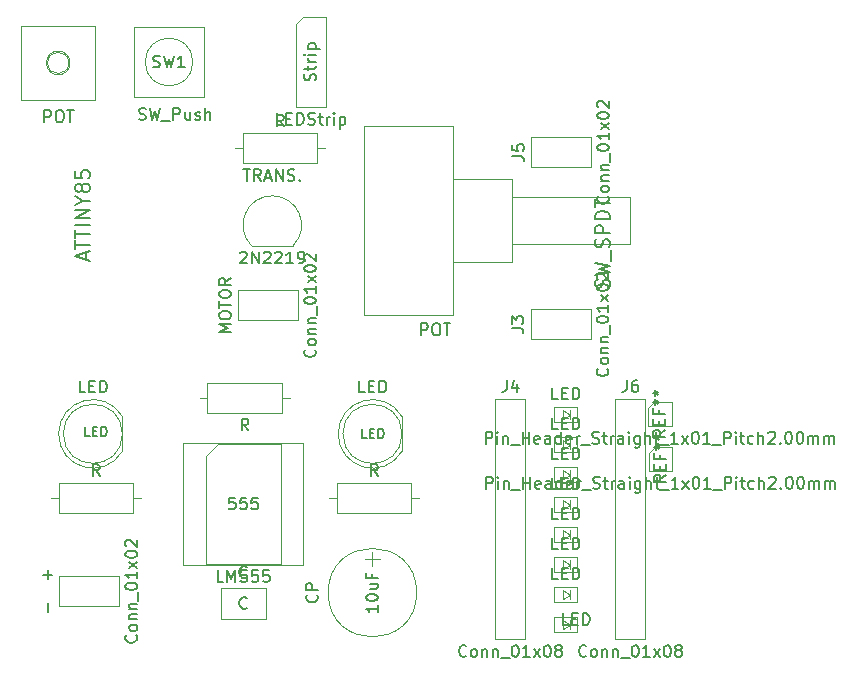
<source format=gbr>
G04 #@! TF.FileFunction,Other,Fab,Top*
%FSLAX46Y46*%
G04 Gerber Fmt 4.6, Leading zero omitted, Abs format (unit mm)*
G04 Created by KiCad (PCBNEW 4.0.7) date 12/08/18 06:13:13*
%MOMM*%
%LPD*%
G01*
G04 APERTURE LIST*
%ADD10C,0.100000*%
%ADD11C,0.150000*%
%ADD12C,0.200000*%
G04 APERTURE END LIST*
D10*
X196336400Y-54716400D02*
X196336400Y-70716400D01*
X196336400Y-70716400D02*
X203836400Y-70716400D01*
X203836400Y-70716400D02*
X203836400Y-54716400D01*
X203836400Y-54716400D02*
X196336400Y-54716400D01*
X203836400Y-59216400D02*
X203836400Y-66216400D01*
X203836400Y-66216400D02*
X208836400Y-66216400D01*
X208836400Y-66216400D02*
X208836400Y-59216400D01*
X208836400Y-59216400D02*
X203836400Y-59216400D01*
X208836400Y-60716400D02*
X208836400Y-64716400D01*
X208836400Y-64716400D02*
X218836400Y-64716400D01*
X218836400Y-64716400D02*
X218836400Y-60716400D01*
X218836400Y-60716400D02*
X208836400Y-60716400D01*
X220937200Y-81905600D02*
X222437200Y-81905600D01*
X222437200Y-81905600D02*
X222437200Y-83905600D01*
X222437200Y-83905600D02*
X220437200Y-83905600D01*
X220437200Y-83905600D02*
X220437200Y-82405600D01*
X220437200Y-82405600D02*
X220937200Y-81905600D01*
X188000400Y-96448400D02*
X188000400Y-93848400D01*
X188000400Y-93848400D02*
X184200400Y-93848400D01*
X184200400Y-93848400D02*
X184200400Y-96448400D01*
X184200400Y-96448400D02*
X188000400Y-96448400D01*
X199553216Y-79302334D02*
G75*
G03X199553200Y-82241694I-2500016J-1469666D01*
G01*
X199553200Y-80772000D02*
G75*
G03X199553200Y-80772000I-2500000J0D01*
G01*
X199553200Y-82241694D02*
X199553200Y-79302306D01*
X175880416Y-79302334D02*
G75*
G03X175880400Y-82241694I-2500016J-1469666D01*
G01*
X175880400Y-80772000D02*
G75*
G03X175880400Y-80772000I-2500000J0D01*
G01*
X175880400Y-82241694D02*
X175880400Y-79302306D01*
X213810800Y-79546400D02*
X213810800Y-78746400D01*
X213810800Y-79146400D02*
X213210800Y-79546400D01*
X213210800Y-78746400D02*
X213810800Y-79146400D01*
X213210800Y-79546400D02*
X213210800Y-78746400D01*
X214410800Y-78526400D02*
X214410800Y-79766400D01*
X212410800Y-78526400D02*
X214410800Y-78526400D01*
X212410800Y-79766400D02*
X212410800Y-78526400D01*
X214410800Y-79766400D02*
X212410800Y-79766400D01*
X213810800Y-82086400D02*
X213810800Y-81286400D01*
X213810800Y-81686400D02*
X213210800Y-82086400D01*
X213210800Y-81286400D02*
X213810800Y-81686400D01*
X213210800Y-82086400D02*
X213210800Y-81286400D01*
X214410800Y-81066400D02*
X214410800Y-82306400D01*
X212410800Y-81066400D02*
X214410800Y-81066400D01*
X212410800Y-82306400D02*
X212410800Y-81066400D01*
X214410800Y-82306400D02*
X212410800Y-82306400D01*
X213810800Y-84626400D02*
X213810800Y-83826400D01*
X213810800Y-84226400D02*
X213210800Y-84626400D01*
X213210800Y-83826400D02*
X213810800Y-84226400D01*
X213210800Y-84626400D02*
X213210800Y-83826400D01*
X214410800Y-83606400D02*
X214410800Y-84846400D01*
X212410800Y-83606400D02*
X214410800Y-83606400D01*
X212410800Y-84846400D02*
X212410800Y-83606400D01*
X214410800Y-84846400D02*
X212410800Y-84846400D01*
X213810800Y-87166400D02*
X213810800Y-86366400D01*
X213810800Y-86766400D02*
X213210800Y-87166400D01*
X213210800Y-86366400D02*
X213810800Y-86766400D01*
X213210800Y-87166400D02*
X213210800Y-86366400D01*
X214410800Y-86146400D02*
X214410800Y-87386400D01*
X212410800Y-86146400D02*
X214410800Y-86146400D01*
X212410800Y-87386400D02*
X212410800Y-86146400D01*
X214410800Y-87386400D02*
X212410800Y-87386400D01*
X213810800Y-89706400D02*
X213810800Y-88906400D01*
X213810800Y-89306400D02*
X213210800Y-89706400D01*
X213210800Y-88906400D02*
X213810800Y-89306400D01*
X213210800Y-89706400D02*
X213210800Y-88906400D01*
X214410800Y-88686400D02*
X214410800Y-89926400D01*
X212410800Y-88686400D02*
X214410800Y-88686400D01*
X212410800Y-89926400D02*
X212410800Y-88686400D01*
X214410800Y-89926400D02*
X212410800Y-89926400D01*
X213810800Y-92246400D02*
X213810800Y-91446400D01*
X213810800Y-91846400D02*
X213210800Y-92246400D01*
X213210800Y-91446400D02*
X213810800Y-91846400D01*
X213210800Y-92246400D02*
X213210800Y-91446400D01*
X214410800Y-91226400D02*
X214410800Y-92466400D01*
X212410800Y-91226400D02*
X214410800Y-91226400D01*
X212410800Y-92466400D02*
X212410800Y-91226400D01*
X214410800Y-92466400D02*
X212410800Y-92466400D01*
X213810800Y-94786400D02*
X213810800Y-93986400D01*
X213810800Y-94386400D02*
X213210800Y-94786400D01*
X213210800Y-93986400D02*
X213810800Y-94386400D01*
X213210800Y-94786400D02*
X213210800Y-93986400D01*
X214410800Y-93766400D02*
X214410800Y-95006400D01*
X212410800Y-93766400D02*
X214410800Y-93766400D01*
X212410800Y-95006400D02*
X212410800Y-93766400D01*
X214410800Y-95006400D02*
X212410800Y-95006400D01*
X213810800Y-97326400D02*
X213810800Y-96526400D01*
X213810800Y-96926400D02*
X213210800Y-97326400D01*
X213210800Y-96526400D02*
X213810800Y-96926400D01*
X213210800Y-97326400D02*
X213210800Y-96526400D01*
X214410800Y-96306400D02*
X214410800Y-97546400D01*
X212410800Y-96306400D02*
X214410800Y-96306400D01*
X212410800Y-97546400D02*
X212410800Y-96306400D01*
X214410800Y-97546400D02*
X212410800Y-97546400D01*
X170535600Y-95351600D02*
X175615600Y-95351600D01*
X175615600Y-95351600D02*
X175615600Y-92811600D01*
X175615600Y-92811600D02*
X170535600Y-92811600D01*
X170535600Y-92811600D02*
X170535600Y-95351600D01*
X185674000Y-71170800D02*
X190754000Y-71170800D01*
X190754000Y-71170800D02*
X190754000Y-68630800D01*
X190754000Y-68630800D02*
X185674000Y-68630800D01*
X185674000Y-68630800D02*
X185674000Y-71170800D01*
X210439000Y-72771000D02*
X215519000Y-72771000D01*
X215519000Y-72771000D02*
X215519000Y-70231000D01*
X215519000Y-70231000D02*
X210439000Y-70231000D01*
X210439000Y-70231000D02*
X210439000Y-72771000D01*
X207467200Y-77825600D02*
X207467200Y-98145600D01*
X207467200Y-98145600D02*
X210007200Y-98145600D01*
X210007200Y-98145600D02*
X210007200Y-77825600D01*
X210007200Y-77825600D02*
X207467200Y-77825600D01*
X210489800Y-58191400D02*
X215569800Y-58191400D01*
X215569800Y-58191400D02*
X215569800Y-55651400D01*
X215569800Y-55651400D02*
X210489800Y-55651400D01*
X210489800Y-55651400D02*
X210489800Y-58191400D01*
X217627200Y-77825600D02*
X217627200Y-98145600D01*
X217627200Y-98145600D02*
X220167200Y-98145600D01*
X220167200Y-98145600D02*
X220167200Y-77825600D01*
X220167200Y-77825600D02*
X217627200Y-77825600D01*
X186829600Y-64843600D02*
X190329600Y-64843600D01*
X190323225Y-64847225D02*
G75*
G03X188569600Y-60613600I-1753625J1753625D01*
G01*
X186815975Y-64847225D02*
G75*
G02X188569600Y-60613600I1753625J1753625D01*
G01*
X192380000Y-57841200D02*
X192380000Y-55341200D01*
X192380000Y-55341200D02*
X186080000Y-55341200D01*
X186080000Y-55341200D02*
X186080000Y-57841200D01*
X186080000Y-57841200D02*
X192380000Y-57841200D01*
X193040000Y-56591200D02*
X192380000Y-56591200D01*
X185420000Y-56591200D02*
X186080000Y-56591200D01*
X183082800Y-76474000D02*
X183082800Y-78974000D01*
X183082800Y-78974000D02*
X189382800Y-78974000D01*
X189382800Y-78974000D02*
X189382800Y-76474000D01*
X189382800Y-76474000D02*
X183082800Y-76474000D01*
X182422800Y-77724000D02*
X183082800Y-77724000D01*
X190042800Y-77724000D02*
X189382800Y-77724000D01*
X200355600Y-87457600D02*
X200355600Y-84957600D01*
X200355600Y-84957600D02*
X194055600Y-84957600D01*
X194055600Y-84957600D02*
X194055600Y-87457600D01*
X194055600Y-87457600D02*
X200355600Y-87457600D01*
X201015600Y-86207600D02*
X200355600Y-86207600D01*
X193395600Y-86207600D02*
X194055600Y-86207600D01*
X176784400Y-87457600D02*
X176784400Y-84957600D01*
X176784400Y-84957600D02*
X170484400Y-84957600D01*
X170484400Y-84957600D02*
X170484400Y-87457600D01*
X170484400Y-87457600D02*
X176784400Y-87457600D01*
X177444400Y-86207600D02*
X176784400Y-86207600D01*
X169824400Y-86207600D02*
X170484400Y-86207600D01*
X171444800Y-49366800D02*
G75*
G03X171444800Y-49366800I-1000000J0D01*
G01*
X171344800Y-49366800D02*
G75*
G03X171344800Y-49366800I-900000J0D01*
G01*
X167294800Y-46216800D02*
X167294800Y-52516800D01*
X167294800Y-52516800D02*
X173594800Y-52516800D01*
X173594800Y-52516800D02*
X173594800Y-46216800D01*
X173594800Y-46216800D02*
X167294800Y-46216800D01*
X179830800Y-46290800D02*
X182830800Y-46290800D01*
X182830800Y-46290800D02*
X182830800Y-52290800D01*
X182830800Y-52290800D02*
X176830800Y-52290800D01*
X176830800Y-52290800D02*
X176830800Y-46290800D01*
X176830800Y-46290800D02*
X179830800Y-46290800D01*
X181846364Y-49290800D02*
G75*
G03X181846364Y-49290800I-2015564J0D01*
G01*
X191185800Y-45466000D02*
X193090800Y-45466000D01*
X193090800Y-45466000D02*
X193090800Y-53086000D01*
X193090800Y-53086000D02*
X190550800Y-53086000D01*
X190550800Y-53086000D02*
X190550800Y-46101000D01*
X190550800Y-46101000D02*
X191185800Y-45466000D01*
X183956200Y-81635600D02*
X189306200Y-81635600D01*
X189306200Y-81635600D02*
X189306200Y-91795600D01*
X189306200Y-91795600D02*
X182956200Y-91795600D01*
X182956200Y-91795600D02*
X182956200Y-82635600D01*
X182956200Y-82635600D02*
X183956200Y-81635600D01*
X181051200Y-81575600D02*
X181051200Y-91855600D01*
X181051200Y-91855600D02*
X191211200Y-91855600D01*
X191211200Y-91855600D02*
X191211200Y-81575600D01*
X191211200Y-81575600D02*
X181051200Y-81575600D01*
X200803200Y-94214000D02*
G75*
G03X200803200Y-94214000I-3750000J0D01*
G01*
X197053200Y-90764000D02*
X197053200Y-91964000D01*
X197703200Y-91364000D02*
X196403200Y-91364000D01*
X220886400Y-78095600D02*
X222386400Y-78095600D01*
X222386400Y-78095600D02*
X222386400Y-80095600D01*
X222386400Y-80095600D02*
X220386400Y-80095600D01*
X220386400Y-80095600D02*
X220386400Y-78595600D01*
X220386400Y-78595600D02*
X220886400Y-78095600D01*
D11*
X172767600Y-66001429D02*
X172767600Y-65430000D01*
X173110457Y-66115714D02*
X171910457Y-65715714D01*
X173110457Y-65315714D01*
X171910457Y-65087143D02*
X171910457Y-64401429D01*
X173110457Y-64744286D02*
X171910457Y-64744286D01*
X171910457Y-64172857D02*
X171910457Y-63487143D01*
X173110457Y-63830000D02*
X171910457Y-63830000D01*
X173110457Y-63087143D02*
X171910457Y-63087143D01*
X173110457Y-62515714D02*
X171910457Y-62515714D01*
X173110457Y-61829999D01*
X171910457Y-61829999D01*
X172539029Y-61029999D02*
X173110457Y-61029999D01*
X171910457Y-61429999D02*
X172539029Y-61029999D01*
X171910457Y-60629999D01*
X172424743Y-60058571D02*
X172367600Y-60172857D01*
X172310457Y-60230000D01*
X172196171Y-60287143D01*
X172139029Y-60287143D01*
X172024743Y-60230000D01*
X171967600Y-60172857D01*
X171910457Y-60058571D01*
X171910457Y-59830000D01*
X171967600Y-59715714D01*
X172024743Y-59658571D01*
X172139029Y-59601428D01*
X172196171Y-59601428D01*
X172310457Y-59658571D01*
X172367600Y-59715714D01*
X172424743Y-59830000D01*
X172424743Y-60058571D01*
X172481886Y-60172857D01*
X172539029Y-60230000D01*
X172653314Y-60287143D01*
X172881886Y-60287143D01*
X172996171Y-60230000D01*
X173053314Y-60172857D01*
X173110457Y-60058571D01*
X173110457Y-59830000D01*
X173053314Y-59715714D01*
X172996171Y-59658571D01*
X172881886Y-59601428D01*
X172653314Y-59601428D01*
X172539029Y-59658571D01*
X172481886Y-59715714D01*
X172424743Y-59830000D01*
X171910457Y-58515714D02*
X171910457Y-59087143D01*
X172481886Y-59144286D01*
X172424743Y-59087143D01*
X172367600Y-58972857D01*
X172367600Y-58687143D01*
X172424743Y-58572857D01*
X172481886Y-58515714D01*
X172596171Y-58458571D01*
X172881886Y-58458571D01*
X172996171Y-58515714D01*
X173053314Y-58572857D01*
X173110457Y-58687143D01*
X173110457Y-58972857D01*
X173053314Y-59087143D01*
X172996171Y-59144286D01*
X201169733Y-72418781D02*
X201169733Y-71418781D01*
X201550686Y-71418781D01*
X201645924Y-71466400D01*
X201693543Y-71514019D01*
X201741162Y-71609257D01*
X201741162Y-71752114D01*
X201693543Y-71847352D01*
X201645924Y-71894971D01*
X201550686Y-71942590D01*
X201169733Y-71942590D01*
X202360209Y-71418781D02*
X202550686Y-71418781D01*
X202645924Y-71466400D01*
X202741162Y-71561638D01*
X202788781Y-71752114D01*
X202788781Y-72085448D01*
X202741162Y-72275924D01*
X202645924Y-72371162D01*
X202550686Y-72418781D01*
X202360209Y-72418781D01*
X202264971Y-72371162D01*
X202169733Y-72275924D01*
X202122114Y-72085448D01*
X202122114Y-71752114D01*
X202169733Y-71561638D01*
X202264971Y-71466400D01*
X202360209Y-71418781D01*
X203074495Y-71418781D02*
X203645924Y-71418781D01*
X203360209Y-72418781D02*
X203360209Y-71418781D01*
X206675294Y-85417981D02*
X206675294Y-84417981D01*
X207056247Y-84417981D01*
X207151485Y-84465600D01*
X207199104Y-84513219D01*
X207246723Y-84608457D01*
X207246723Y-84751314D01*
X207199104Y-84846552D01*
X207151485Y-84894171D01*
X207056247Y-84941790D01*
X206675294Y-84941790D01*
X207675294Y-85417981D02*
X207675294Y-84751314D01*
X207675294Y-84417981D02*
X207627675Y-84465600D01*
X207675294Y-84513219D01*
X207722913Y-84465600D01*
X207675294Y-84417981D01*
X207675294Y-84513219D01*
X208151484Y-84751314D02*
X208151484Y-85417981D01*
X208151484Y-84846552D02*
X208199103Y-84798933D01*
X208294341Y-84751314D01*
X208437199Y-84751314D01*
X208532437Y-84798933D01*
X208580056Y-84894171D01*
X208580056Y-85417981D01*
X208818151Y-85513219D02*
X209580056Y-85513219D01*
X209818151Y-85417981D02*
X209818151Y-84417981D01*
X209818151Y-84894171D02*
X210389580Y-84894171D01*
X210389580Y-85417981D02*
X210389580Y-84417981D01*
X211246723Y-85370362D02*
X211151485Y-85417981D01*
X210961008Y-85417981D01*
X210865770Y-85370362D01*
X210818151Y-85275124D01*
X210818151Y-84894171D01*
X210865770Y-84798933D01*
X210961008Y-84751314D01*
X211151485Y-84751314D01*
X211246723Y-84798933D01*
X211294342Y-84894171D01*
X211294342Y-84989410D01*
X210818151Y-85084648D01*
X212151485Y-85417981D02*
X212151485Y-84894171D01*
X212103866Y-84798933D01*
X212008628Y-84751314D01*
X211818151Y-84751314D01*
X211722913Y-84798933D01*
X212151485Y-85370362D02*
X212056247Y-85417981D01*
X211818151Y-85417981D01*
X211722913Y-85370362D01*
X211675294Y-85275124D01*
X211675294Y-85179886D01*
X211722913Y-85084648D01*
X211818151Y-85037029D01*
X212056247Y-85037029D01*
X212151485Y-84989410D01*
X213056247Y-85417981D02*
X213056247Y-84417981D01*
X213056247Y-85370362D02*
X212961009Y-85417981D01*
X212770532Y-85417981D01*
X212675294Y-85370362D01*
X212627675Y-85322743D01*
X212580056Y-85227505D01*
X212580056Y-84941790D01*
X212627675Y-84846552D01*
X212675294Y-84798933D01*
X212770532Y-84751314D01*
X212961009Y-84751314D01*
X213056247Y-84798933D01*
X213913390Y-85370362D02*
X213818152Y-85417981D01*
X213627675Y-85417981D01*
X213532437Y-85370362D01*
X213484818Y-85275124D01*
X213484818Y-84894171D01*
X213532437Y-84798933D01*
X213627675Y-84751314D01*
X213818152Y-84751314D01*
X213913390Y-84798933D01*
X213961009Y-84894171D01*
X213961009Y-84989410D01*
X213484818Y-85084648D01*
X214389580Y-85417981D02*
X214389580Y-84751314D01*
X214389580Y-84941790D02*
X214437199Y-84846552D01*
X214484818Y-84798933D01*
X214580056Y-84751314D01*
X214675295Y-84751314D01*
X214770533Y-85513219D02*
X215532438Y-85513219D01*
X215722914Y-85370362D02*
X215865771Y-85417981D01*
X216103867Y-85417981D01*
X216199105Y-85370362D01*
X216246724Y-85322743D01*
X216294343Y-85227505D01*
X216294343Y-85132267D01*
X216246724Y-85037029D01*
X216199105Y-84989410D01*
X216103867Y-84941790D01*
X215913390Y-84894171D01*
X215818152Y-84846552D01*
X215770533Y-84798933D01*
X215722914Y-84703695D01*
X215722914Y-84608457D01*
X215770533Y-84513219D01*
X215818152Y-84465600D01*
X215913390Y-84417981D01*
X216151486Y-84417981D01*
X216294343Y-84465600D01*
X216580057Y-84751314D02*
X216961009Y-84751314D01*
X216722914Y-84417981D02*
X216722914Y-85275124D01*
X216770533Y-85370362D01*
X216865771Y-85417981D01*
X216961009Y-85417981D01*
X217294343Y-85417981D02*
X217294343Y-84751314D01*
X217294343Y-84941790D02*
X217341962Y-84846552D01*
X217389581Y-84798933D01*
X217484819Y-84751314D01*
X217580058Y-84751314D01*
X218341963Y-85417981D02*
X218341963Y-84894171D01*
X218294344Y-84798933D01*
X218199106Y-84751314D01*
X218008629Y-84751314D01*
X217913391Y-84798933D01*
X218341963Y-85370362D02*
X218246725Y-85417981D01*
X218008629Y-85417981D01*
X217913391Y-85370362D01*
X217865772Y-85275124D01*
X217865772Y-85179886D01*
X217913391Y-85084648D01*
X218008629Y-85037029D01*
X218246725Y-85037029D01*
X218341963Y-84989410D01*
X218818153Y-85417981D02*
X218818153Y-84751314D01*
X218818153Y-84417981D02*
X218770534Y-84465600D01*
X218818153Y-84513219D01*
X218865772Y-84465600D01*
X218818153Y-84417981D01*
X218818153Y-84513219D01*
X219722915Y-84751314D02*
X219722915Y-85560838D01*
X219675296Y-85656076D01*
X219627677Y-85703695D01*
X219532438Y-85751314D01*
X219389581Y-85751314D01*
X219294343Y-85703695D01*
X219722915Y-85370362D02*
X219627677Y-85417981D01*
X219437200Y-85417981D01*
X219341962Y-85370362D01*
X219294343Y-85322743D01*
X219246724Y-85227505D01*
X219246724Y-84941790D01*
X219294343Y-84846552D01*
X219341962Y-84798933D01*
X219437200Y-84751314D01*
X219627677Y-84751314D01*
X219722915Y-84798933D01*
X220199105Y-85417981D02*
X220199105Y-84417981D01*
X220627677Y-85417981D02*
X220627677Y-84894171D01*
X220580058Y-84798933D01*
X220484820Y-84751314D01*
X220341962Y-84751314D01*
X220246724Y-84798933D01*
X220199105Y-84846552D01*
X220961010Y-84751314D02*
X221341962Y-84751314D01*
X221103867Y-84417981D02*
X221103867Y-85275124D01*
X221151486Y-85370362D01*
X221246724Y-85417981D01*
X221341962Y-85417981D01*
X221437201Y-85513219D02*
X222199106Y-85513219D01*
X222961011Y-85417981D02*
X222389582Y-85417981D01*
X222675296Y-85417981D02*
X222675296Y-84417981D01*
X222580058Y-84560838D01*
X222484820Y-84656076D01*
X222389582Y-84703695D01*
X223294344Y-85417981D02*
X223818154Y-84751314D01*
X223294344Y-84751314D02*
X223818154Y-85417981D01*
X224389582Y-84417981D02*
X224484821Y-84417981D01*
X224580059Y-84465600D01*
X224627678Y-84513219D01*
X224675297Y-84608457D01*
X224722916Y-84798933D01*
X224722916Y-85037029D01*
X224675297Y-85227505D01*
X224627678Y-85322743D01*
X224580059Y-85370362D01*
X224484821Y-85417981D01*
X224389582Y-85417981D01*
X224294344Y-85370362D01*
X224246725Y-85322743D01*
X224199106Y-85227505D01*
X224151487Y-85037029D01*
X224151487Y-84798933D01*
X224199106Y-84608457D01*
X224246725Y-84513219D01*
X224294344Y-84465600D01*
X224389582Y-84417981D01*
X225675297Y-85417981D02*
X225103868Y-85417981D01*
X225389582Y-85417981D02*
X225389582Y-84417981D01*
X225294344Y-84560838D01*
X225199106Y-84656076D01*
X225103868Y-84703695D01*
X225865773Y-85513219D02*
X226627678Y-85513219D01*
X226865773Y-85417981D02*
X226865773Y-84417981D01*
X227246726Y-84417981D01*
X227341964Y-84465600D01*
X227389583Y-84513219D01*
X227437202Y-84608457D01*
X227437202Y-84751314D01*
X227389583Y-84846552D01*
X227341964Y-84894171D01*
X227246726Y-84941790D01*
X226865773Y-84941790D01*
X227865773Y-85417981D02*
X227865773Y-84751314D01*
X227865773Y-84417981D02*
X227818154Y-84465600D01*
X227865773Y-84513219D01*
X227913392Y-84465600D01*
X227865773Y-84417981D01*
X227865773Y-84513219D01*
X228199106Y-84751314D02*
X228580058Y-84751314D01*
X228341963Y-84417981D02*
X228341963Y-85275124D01*
X228389582Y-85370362D01*
X228484820Y-85417981D01*
X228580058Y-85417981D01*
X229341964Y-85370362D02*
X229246726Y-85417981D01*
X229056249Y-85417981D01*
X228961011Y-85370362D01*
X228913392Y-85322743D01*
X228865773Y-85227505D01*
X228865773Y-84941790D01*
X228913392Y-84846552D01*
X228961011Y-84798933D01*
X229056249Y-84751314D01*
X229246726Y-84751314D01*
X229341964Y-84798933D01*
X229770535Y-85417981D02*
X229770535Y-84417981D01*
X230199107Y-85417981D02*
X230199107Y-84894171D01*
X230151488Y-84798933D01*
X230056250Y-84751314D01*
X229913392Y-84751314D01*
X229818154Y-84798933D01*
X229770535Y-84846552D01*
X230627678Y-84513219D02*
X230675297Y-84465600D01*
X230770535Y-84417981D01*
X231008631Y-84417981D01*
X231103869Y-84465600D01*
X231151488Y-84513219D01*
X231199107Y-84608457D01*
X231199107Y-84703695D01*
X231151488Y-84846552D01*
X230580059Y-85417981D01*
X231199107Y-85417981D01*
X231627678Y-85322743D02*
X231675297Y-85370362D01*
X231627678Y-85417981D01*
X231580059Y-85370362D01*
X231627678Y-85322743D01*
X231627678Y-85417981D01*
X232294344Y-84417981D02*
X232389583Y-84417981D01*
X232484821Y-84465600D01*
X232532440Y-84513219D01*
X232580059Y-84608457D01*
X232627678Y-84798933D01*
X232627678Y-85037029D01*
X232580059Y-85227505D01*
X232532440Y-85322743D01*
X232484821Y-85370362D01*
X232389583Y-85417981D01*
X232294344Y-85417981D01*
X232199106Y-85370362D01*
X232151487Y-85322743D01*
X232103868Y-85227505D01*
X232056249Y-85037029D01*
X232056249Y-84798933D01*
X232103868Y-84608457D01*
X232151487Y-84513219D01*
X232199106Y-84465600D01*
X232294344Y-84417981D01*
X233246725Y-84417981D02*
X233341964Y-84417981D01*
X233437202Y-84465600D01*
X233484821Y-84513219D01*
X233532440Y-84608457D01*
X233580059Y-84798933D01*
X233580059Y-85037029D01*
X233532440Y-85227505D01*
X233484821Y-85322743D01*
X233437202Y-85370362D01*
X233341964Y-85417981D01*
X233246725Y-85417981D01*
X233151487Y-85370362D01*
X233103868Y-85322743D01*
X233056249Y-85227505D01*
X233008630Y-85037029D01*
X233008630Y-84798933D01*
X233056249Y-84608457D01*
X233103868Y-84513219D01*
X233151487Y-84465600D01*
X233246725Y-84417981D01*
X234008630Y-85417981D02*
X234008630Y-84751314D01*
X234008630Y-84846552D02*
X234056249Y-84798933D01*
X234151487Y-84751314D01*
X234294345Y-84751314D01*
X234389583Y-84798933D01*
X234437202Y-84894171D01*
X234437202Y-85417981D01*
X234437202Y-84894171D02*
X234484821Y-84798933D01*
X234580059Y-84751314D01*
X234722916Y-84751314D01*
X234818154Y-84798933D01*
X234865773Y-84894171D01*
X234865773Y-85417981D01*
X235341963Y-85417981D02*
X235341963Y-84751314D01*
X235341963Y-84846552D02*
X235389582Y-84798933D01*
X235484820Y-84751314D01*
X235627678Y-84751314D01*
X235722916Y-84798933D01*
X235770535Y-84894171D01*
X235770535Y-85417981D01*
X235770535Y-84894171D02*
X235818154Y-84798933D01*
X235913392Y-84751314D01*
X236056249Y-84751314D01*
X236151487Y-84798933D01*
X236199106Y-84894171D01*
X236199106Y-85417981D01*
X221889581Y-84238933D02*
X221413390Y-84572267D01*
X221889581Y-84810362D02*
X220889581Y-84810362D01*
X220889581Y-84429409D01*
X220937200Y-84334171D01*
X220984819Y-84286552D01*
X221080057Y-84238933D01*
X221222914Y-84238933D01*
X221318152Y-84286552D01*
X221365771Y-84334171D01*
X221413390Y-84429409D01*
X221413390Y-84810362D01*
X221365771Y-83810362D02*
X221365771Y-83477028D01*
X221889581Y-83334171D02*
X221889581Y-83810362D01*
X220889581Y-83810362D01*
X220889581Y-83334171D01*
X221365771Y-82572266D02*
X221365771Y-82905600D01*
X221889581Y-82905600D02*
X220889581Y-82905600D01*
X220889581Y-82429409D01*
X220889581Y-81905600D02*
X221127676Y-81905600D01*
X221032438Y-82143695D02*
X221127676Y-81905600D01*
X221032438Y-81667504D01*
X221318152Y-82048457D02*
X221127676Y-81905600D01*
X221318152Y-81762742D01*
X220889581Y-81143695D02*
X221127676Y-81143695D01*
X221032438Y-81381790D02*
X221127676Y-81143695D01*
X221032438Y-80905599D01*
X221318152Y-81286552D02*
X221127676Y-81143695D01*
X221318152Y-81000837D01*
X186409924Y-92895543D02*
X186362305Y-92943162D01*
X186219448Y-92990781D01*
X186124210Y-92990781D01*
X185981352Y-92943162D01*
X185886114Y-92847924D01*
X185838495Y-92752686D01*
X185790876Y-92562210D01*
X185790876Y-92419352D01*
X185838495Y-92228876D01*
X185886114Y-92133638D01*
X185981352Y-92038400D01*
X186124210Y-91990781D01*
X186219448Y-91990781D01*
X186362305Y-92038400D01*
X186409924Y-92086019D01*
X186409924Y-95505543D02*
X186362305Y-95553162D01*
X186219448Y-95600781D01*
X186124210Y-95600781D01*
X185981352Y-95553162D01*
X185886114Y-95457924D01*
X185838495Y-95362686D01*
X185790876Y-95172210D01*
X185790876Y-95029352D01*
X185838495Y-94838876D01*
X185886114Y-94743638D01*
X185981352Y-94648400D01*
X186124210Y-94600781D01*
X186219448Y-94600781D01*
X186362305Y-94648400D01*
X186409924Y-94696019D01*
X196410343Y-77264381D02*
X195934152Y-77264381D01*
X195934152Y-76264381D01*
X196743676Y-76740571D02*
X197077010Y-76740571D01*
X197219867Y-77264381D02*
X196743676Y-77264381D01*
X196743676Y-76264381D01*
X197219867Y-76264381D01*
X197648438Y-77264381D02*
X197648438Y-76264381D01*
X197886533Y-76264381D01*
X198029391Y-76312000D01*
X198124629Y-76407238D01*
X198172248Y-76502476D01*
X198219867Y-76692952D01*
X198219867Y-76835810D01*
X198172248Y-77026286D01*
X198124629Y-77121524D01*
X198029391Y-77216762D01*
X197886533Y-77264381D01*
X197648438Y-77264381D01*
D12*
X196558915Y-81133905D02*
X196177962Y-81133905D01*
X196177962Y-80333905D01*
X196825581Y-80714857D02*
X197092248Y-80714857D01*
X197206534Y-81133905D02*
X196825581Y-81133905D01*
X196825581Y-80333905D01*
X197206534Y-80333905D01*
X197549391Y-81133905D02*
X197549391Y-80333905D01*
X197739867Y-80333905D01*
X197854153Y-80372000D01*
X197930344Y-80448190D01*
X197968439Y-80524381D01*
X198006534Y-80676762D01*
X198006534Y-80791048D01*
X197968439Y-80943429D01*
X197930344Y-81019619D01*
X197854153Y-81095810D01*
X197739867Y-81133905D01*
X197549391Y-81133905D01*
D11*
X172737543Y-77264381D02*
X172261352Y-77264381D01*
X172261352Y-76264381D01*
X173070876Y-76740571D02*
X173404210Y-76740571D01*
X173547067Y-77264381D02*
X173070876Y-77264381D01*
X173070876Y-76264381D01*
X173547067Y-76264381D01*
X173975638Y-77264381D02*
X173975638Y-76264381D01*
X174213733Y-76264381D01*
X174356591Y-76312000D01*
X174451829Y-76407238D01*
X174499448Y-76502476D01*
X174547067Y-76692952D01*
X174547067Y-76835810D01*
X174499448Y-77026286D01*
X174451829Y-77121524D01*
X174356591Y-77216762D01*
X174213733Y-77264381D01*
X173975638Y-77264381D01*
D12*
X173120115Y-80981505D02*
X172739162Y-80981505D01*
X172739162Y-80181505D01*
X173386781Y-80562457D02*
X173653448Y-80562457D01*
X173767734Y-80981505D02*
X173386781Y-80981505D01*
X173386781Y-80181505D01*
X173767734Y-80181505D01*
X174110591Y-80981505D02*
X174110591Y-80181505D01*
X174301067Y-80181505D01*
X174415353Y-80219600D01*
X174491544Y-80295790D01*
X174529639Y-80371981D01*
X174567734Y-80524362D01*
X174567734Y-80638648D01*
X174529639Y-80791029D01*
X174491544Y-80867219D01*
X174415353Y-80943410D01*
X174301067Y-80981505D01*
X174110591Y-80981505D01*
D11*
X212767943Y-77848781D02*
X212291752Y-77848781D01*
X212291752Y-76848781D01*
X213101276Y-77324971D02*
X213434610Y-77324971D01*
X213577467Y-77848781D02*
X213101276Y-77848781D01*
X213101276Y-76848781D01*
X213577467Y-76848781D01*
X214006038Y-77848781D02*
X214006038Y-76848781D01*
X214244133Y-76848781D01*
X214386991Y-76896400D01*
X214482229Y-76991638D01*
X214529848Y-77086876D01*
X214577467Y-77277352D01*
X214577467Y-77420210D01*
X214529848Y-77610686D01*
X214482229Y-77705924D01*
X214386991Y-77801162D01*
X214244133Y-77848781D01*
X214006038Y-77848781D01*
X212767943Y-80388781D02*
X212291752Y-80388781D01*
X212291752Y-79388781D01*
X213101276Y-79864971D02*
X213434610Y-79864971D01*
X213577467Y-80388781D02*
X213101276Y-80388781D01*
X213101276Y-79388781D01*
X213577467Y-79388781D01*
X214006038Y-80388781D02*
X214006038Y-79388781D01*
X214244133Y-79388781D01*
X214386991Y-79436400D01*
X214482229Y-79531638D01*
X214529848Y-79626876D01*
X214577467Y-79817352D01*
X214577467Y-79960210D01*
X214529848Y-80150686D01*
X214482229Y-80245924D01*
X214386991Y-80341162D01*
X214244133Y-80388781D01*
X214006038Y-80388781D01*
X212767943Y-82928781D02*
X212291752Y-82928781D01*
X212291752Y-81928781D01*
X213101276Y-82404971D02*
X213434610Y-82404971D01*
X213577467Y-82928781D02*
X213101276Y-82928781D01*
X213101276Y-81928781D01*
X213577467Y-81928781D01*
X214006038Y-82928781D02*
X214006038Y-81928781D01*
X214244133Y-81928781D01*
X214386991Y-81976400D01*
X214482229Y-82071638D01*
X214529848Y-82166876D01*
X214577467Y-82357352D01*
X214577467Y-82500210D01*
X214529848Y-82690686D01*
X214482229Y-82785924D01*
X214386991Y-82881162D01*
X214244133Y-82928781D01*
X214006038Y-82928781D01*
X212767943Y-85468781D02*
X212291752Y-85468781D01*
X212291752Y-84468781D01*
X213101276Y-84944971D02*
X213434610Y-84944971D01*
X213577467Y-85468781D02*
X213101276Y-85468781D01*
X213101276Y-84468781D01*
X213577467Y-84468781D01*
X214006038Y-85468781D02*
X214006038Y-84468781D01*
X214244133Y-84468781D01*
X214386991Y-84516400D01*
X214482229Y-84611638D01*
X214529848Y-84706876D01*
X214577467Y-84897352D01*
X214577467Y-85040210D01*
X214529848Y-85230686D01*
X214482229Y-85325924D01*
X214386991Y-85421162D01*
X214244133Y-85468781D01*
X214006038Y-85468781D01*
X212767943Y-88008781D02*
X212291752Y-88008781D01*
X212291752Y-87008781D01*
X213101276Y-87484971D02*
X213434610Y-87484971D01*
X213577467Y-88008781D02*
X213101276Y-88008781D01*
X213101276Y-87008781D01*
X213577467Y-87008781D01*
X214006038Y-88008781D02*
X214006038Y-87008781D01*
X214244133Y-87008781D01*
X214386991Y-87056400D01*
X214482229Y-87151638D01*
X214529848Y-87246876D01*
X214577467Y-87437352D01*
X214577467Y-87580210D01*
X214529848Y-87770686D01*
X214482229Y-87865924D01*
X214386991Y-87961162D01*
X214244133Y-88008781D01*
X214006038Y-88008781D01*
X212767943Y-90548781D02*
X212291752Y-90548781D01*
X212291752Y-89548781D01*
X213101276Y-90024971D02*
X213434610Y-90024971D01*
X213577467Y-90548781D02*
X213101276Y-90548781D01*
X213101276Y-89548781D01*
X213577467Y-89548781D01*
X214006038Y-90548781D02*
X214006038Y-89548781D01*
X214244133Y-89548781D01*
X214386991Y-89596400D01*
X214482229Y-89691638D01*
X214529848Y-89786876D01*
X214577467Y-89977352D01*
X214577467Y-90120210D01*
X214529848Y-90310686D01*
X214482229Y-90405924D01*
X214386991Y-90501162D01*
X214244133Y-90548781D01*
X214006038Y-90548781D01*
X212767943Y-93088781D02*
X212291752Y-93088781D01*
X212291752Y-92088781D01*
X213101276Y-92564971D02*
X213434610Y-92564971D01*
X213577467Y-93088781D02*
X213101276Y-93088781D01*
X213101276Y-92088781D01*
X213577467Y-92088781D01*
X214006038Y-93088781D02*
X214006038Y-92088781D01*
X214244133Y-92088781D01*
X214386991Y-92136400D01*
X214482229Y-92231638D01*
X214529848Y-92326876D01*
X214577467Y-92517352D01*
X214577467Y-92660210D01*
X214529848Y-92850686D01*
X214482229Y-92945924D01*
X214386991Y-93041162D01*
X214244133Y-93088781D01*
X214006038Y-93088781D01*
X213623344Y-96973781D02*
X213147153Y-96973781D01*
X213147153Y-95973781D01*
X213956677Y-96449971D02*
X214290011Y-96449971D01*
X214432868Y-96973781D02*
X213956677Y-96973781D01*
X213956677Y-95973781D01*
X214432868Y-95973781D01*
X214861439Y-96973781D02*
X214861439Y-95973781D01*
X215099534Y-95973781D01*
X215242392Y-96021400D01*
X215337630Y-96116638D01*
X215385249Y-96211876D01*
X215432868Y-96402352D01*
X215432868Y-96545210D01*
X215385249Y-96735686D01*
X215337630Y-96830924D01*
X215242392Y-96926162D01*
X215099534Y-96973781D01*
X214861439Y-96973781D01*
X177032743Y-97819695D02*
X177080362Y-97867314D01*
X177127981Y-98010171D01*
X177127981Y-98105409D01*
X177080362Y-98248267D01*
X176985124Y-98343505D01*
X176889886Y-98391124D01*
X176699410Y-98438743D01*
X176556552Y-98438743D01*
X176366076Y-98391124D01*
X176270838Y-98343505D01*
X176175600Y-98248267D01*
X176127981Y-98105409D01*
X176127981Y-98010171D01*
X176175600Y-97867314D01*
X176223219Y-97819695D01*
X177127981Y-97248267D02*
X177080362Y-97343505D01*
X177032743Y-97391124D01*
X176937505Y-97438743D01*
X176651790Y-97438743D01*
X176556552Y-97391124D01*
X176508933Y-97343505D01*
X176461314Y-97248267D01*
X176461314Y-97105409D01*
X176508933Y-97010171D01*
X176556552Y-96962552D01*
X176651790Y-96914933D01*
X176937505Y-96914933D01*
X177032743Y-96962552D01*
X177080362Y-97010171D01*
X177127981Y-97105409D01*
X177127981Y-97248267D01*
X176461314Y-96486362D02*
X177127981Y-96486362D01*
X176556552Y-96486362D02*
X176508933Y-96438743D01*
X176461314Y-96343505D01*
X176461314Y-96200647D01*
X176508933Y-96105409D01*
X176604171Y-96057790D01*
X177127981Y-96057790D01*
X176461314Y-95581600D02*
X177127981Y-95581600D01*
X176556552Y-95581600D02*
X176508933Y-95533981D01*
X176461314Y-95438743D01*
X176461314Y-95295885D01*
X176508933Y-95200647D01*
X176604171Y-95153028D01*
X177127981Y-95153028D01*
X177223219Y-94914933D02*
X177223219Y-94153028D01*
X176127981Y-93724457D02*
X176127981Y-93629218D01*
X176175600Y-93533980D01*
X176223219Y-93486361D01*
X176318457Y-93438742D01*
X176508933Y-93391123D01*
X176747029Y-93391123D01*
X176937505Y-93438742D01*
X177032743Y-93486361D01*
X177080362Y-93533980D01*
X177127981Y-93629218D01*
X177127981Y-93724457D01*
X177080362Y-93819695D01*
X177032743Y-93867314D01*
X176937505Y-93914933D01*
X176747029Y-93962552D01*
X176508933Y-93962552D01*
X176318457Y-93914933D01*
X176223219Y-93867314D01*
X176175600Y-93819695D01*
X176127981Y-93724457D01*
X177127981Y-92438742D02*
X177127981Y-93010171D01*
X177127981Y-92724457D02*
X176127981Y-92724457D01*
X176270838Y-92819695D01*
X176366076Y-92914933D01*
X176413695Y-93010171D01*
X177127981Y-92105409D02*
X176461314Y-91581599D01*
X176461314Y-92105409D02*
X177127981Y-91581599D01*
X176127981Y-91010171D02*
X176127981Y-90914932D01*
X176175600Y-90819694D01*
X176223219Y-90772075D01*
X176318457Y-90724456D01*
X176508933Y-90676837D01*
X176747029Y-90676837D01*
X176937505Y-90724456D01*
X177032743Y-90772075D01*
X177080362Y-90819694D01*
X177127981Y-90914932D01*
X177127981Y-91010171D01*
X177080362Y-91105409D01*
X177032743Y-91153028D01*
X176937505Y-91200647D01*
X176747029Y-91248266D01*
X176508933Y-91248266D01*
X176318457Y-91200647D01*
X176223219Y-91153028D01*
X176175600Y-91105409D01*
X176127981Y-91010171D01*
X176223219Y-90295885D02*
X176175600Y-90248266D01*
X176127981Y-90153028D01*
X176127981Y-89914932D01*
X176175600Y-89819694D01*
X176223219Y-89772075D01*
X176318457Y-89724456D01*
X176413695Y-89724456D01*
X176556552Y-89772075D01*
X177127981Y-90343504D01*
X177127981Y-89724456D01*
X169547029Y-95843505D02*
X169547029Y-95081600D01*
X169547029Y-93081600D02*
X169547029Y-92319695D01*
X169927981Y-92700647D02*
X169166076Y-92700647D01*
X192171143Y-73638895D02*
X192218762Y-73686514D01*
X192266381Y-73829371D01*
X192266381Y-73924609D01*
X192218762Y-74067467D01*
X192123524Y-74162705D01*
X192028286Y-74210324D01*
X191837810Y-74257943D01*
X191694952Y-74257943D01*
X191504476Y-74210324D01*
X191409238Y-74162705D01*
X191314000Y-74067467D01*
X191266381Y-73924609D01*
X191266381Y-73829371D01*
X191314000Y-73686514D01*
X191361619Y-73638895D01*
X192266381Y-73067467D02*
X192218762Y-73162705D01*
X192171143Y-73210324D01*
X192075905Y-73257943D01*
X191790190Y-73257943D01*
X191694952Y-73210324D01*
X191647333Y-73162705D01*
X191599714Y-73067467D01*
X191599714Y-72924609D01*
X191647333Y-72829371D01*
X191694952Y-72781752D01*
X191790190Y-72734133D01*
X192075905Y-72734133D01*
X192171143Y-72781752D01*
X192218762Y-72829371D01*
X192266381Y-72924609D01*
X192266381Y-73067467D01*
X191599714Y-72305562D02*
X192266381Y-72305562D01*
X191694952Y-72305562D02*
X191647333Y-72257943D01*
X191599714Y-72162705D01*
X191599714Y-72019847D01*
X191647333Y-71924609D01*
X191742571Y-71876990D01*
X192266381Y-71876990D01*
X191599714Y-71400800D02*
X192266381Y-71400800D01*
X191694952Y-71400800D02*
X191647333Y-71353181D01*
X191599714Y-71257943D01*
X191599714Y-71115085D01*
X191647333Y-71019847D01*
X191742571Y-70972228D01*
X192266381Y-70972228D01*
X192361619Y-70734133D02*
X192361619Y-69972228D01*
X191266381Y-69543657D02*
X191266381Y-69448418D01*
X191314000Y-69353180D01*
X191361619Y-69305561D01*
X191456857Y-69257942D01*
X191647333Y-69210323D01*
X191885429Y-69210323D01*
X192075905Y-69257942D01*
X192171143Y-69305561D01*
X192218762Y-69353180D01*
X192266381Y-69448418D01*
X192266381Y-69543657D01*
X192218762Y-69638895D01*
X192171143Y-69686514D01*
X192075905Y-69734133D01*
X191885429Y-69781752D01*
X191647333Y-69781752D01*
X191456857Y-69734133D01*
X191361619Y-69686514D01*
X191314000Y-69638895D01*
X191266381Y-69543657D01*
X192266381Y-68257942D02*
X192266381Y-68829371D01*
X192266381Y-68543657D02*
X191266381Y-68543657D01*
X191409238Y-68638895D01*
X191504476Y-68734133D01*
X191552095Y-68829371D01*
X192266381Y-67924609D02*
X191599714Y-67400799D01*
X191599714Y-67924609D02*
X192266381Y-67400799D01*
X191266381Y-66829371D02*
X191266381Y-66734132D01*
X191314000Y-66638894D01*
X191361619Y-66591275D01*
X191456857Y-66543656D01*
X191647333Y-66496037D01*
X191885429Y-66496037D01*
X192075905Y-66543656D01*
X192171143Y-66591275D01*
X192218762Y-66638894D01*
X192266381Y-66734132D01*
X192266381Y-66829371D01*
X192218762Y-66924609D01*
X192171143Y-66972228D01*
X192075905Y-67019847D01*
X191885429Y-67067466D01*
X191647333Y-67067466D01*
X191456857Y-67019847D01*
X191361619Y-66972228D01*
X191314000Y-66924609D01*
X191266381Y-66829371D01*
X191361619Y-66115085D02*
X191314000Y-66067466D01*
X191266381Y-65972228D01*
X191266381Y-65734132D01*
X191314000Y-65638894D01*
X191361619Y-65591275D01*
X191456857Y-65543656D01*
X191552095Y-65543656D01*
X191694952Y-65591275D01*
X192266381Y-66162704D01*
X192266381Y-65543656D01*
X185066381Y-72162705D02*
X184066381Y-72162705D01*
X184780667Y-71829371D01*
X184066381Y-71496038D01*
X185066381Y-71496038D01*
X184066381Y-70829372D02*
X184066381Y-70638895D01*
X184114000Y-70543657D01*
X184209238Y-70448419D01*
X184399714Y-70400800D01*
X184733048Y-70400800D01*
X184923524Y-70448419D01*
X185018762Y-70543657D01*
X185066381Y-70638895D01*
X185066381Y-70829372D01*
X185018762Y-70924610D01*
X184923524Y-71019848D01*
X184733048Y-71067467D01*
X184399714Y-71067467D01*
X184209238Y-71019848D01*
X184114000Y-70924610D01*
X184066381Y-70829372D01*
X184066381Y-70115086D02*
X184066381Y-69543657D01*
X185066381Y-69829372D02*
X184066381Y-69829372D01*
X184066381Y-69019848D02*
X184066381Y-68829371D01*
X184114000Y-68734133D01*
X184209238Y-68638895D01*
X184399714Y-68591276D01*
X184733048Y-68591276D01*
X184923524Y-68638895D01*
X185018762Y-68734133D01*
X185066381Y-68829371D01*
X185066381Y-69019848D01*
X185018762Y-69115086D01*
X184923524Y-69210324D01*
X184733048Y-69257943D01*
X184399714Y-69257943D01*
X184209238Y-69210324D01*
X184114000Y-69115086D01*
X184066381Y-69019848D01*
X185066381Y-67591276D02*
X184590190Y-67924610D01*
X185066381Y-68162705D02*
X184066381Y-68162705D01*
X184066381Y-67781752D01*
X184114000Y-67686514D01*
X184161619Y-67638895D01*
X184256857Y-67591276D01*
X184399714Y-67591276D01*
X184494952Y-67638895D01*
X184542571Y-67686514D01*
X184590190Y-67781752D01*
X184590190Y-68162705D01*
X216936143Y-75239095D02*
X216983762Y-75286714D01*
X217031381Y-75429571D01*
X217031381Y-75524809D01*
X216983762Y-75667667D01*
X216888524Y-75762905D01*
X216793286Y-75810524D01*
X216602810Y-75858143D01*
X216459952Y-75858143D01*
X216269476Y-75810524D01*
X216174238Y-75762905D01*
X216079000Y-75667667D01*
X216031381Y-75524809D01*
X216031381Y-75429571D01*
X216079000Y-75286714D01*
X216126619Y-75239095D01*
X217031381Y-74667667D02*
X216983762Y-74762905D01*
X216936143Y-74810524D01*
X216840905Y-74858143D01*
X216555190Y-74858143D01*
X216459952Y-74810524D01*
X216412333Y-74762905D01*
X216364714Y-74667667D01*
X216364714Y-74524809D01*
X216412333Y-74429571D01*
X216459952Y-74381952D01*
X216555190Y-74334333D01*
X216840905Y-74334333D01*
X216936143Y-74381952D01*
X216983762Y-74429571D01*
X217031381Y-74524809D01*
X217031381Y-74667667D01*
X216364714Y-73905762D02*
X217031381Y-73905762D01*
X216459952Y-73905762D02*
X216412333Y-73858143D01*
X216364714Y-73762905D01*
X216364714Y-73620047D01*
X216412333Y-73524809D01*
X216507571Y-73477190D01*
X217031381Y-73477190D01*
X216364714Y-73001000D02*
X217031381Y-73001000D01*
X216459952Y-73001000D02*
X216412333Y-72953381D01*
X216364714Y-72858143D01*
X216364714Y-72715285D01*
X216412333Y-72620047D01*
X216507571Y-72572428D01*
X217031381Y-72572428D01*
X217126619Y-72334333D02*
X217126619Y-71572428D01*
X216031381Y-71143857D02*
X216031381Y-71048618D01*
X216079000Y-70953380D01*
X216126619Y-70905761D01*
X216221857Y-70858142D01*
X216412333Y-70810523D01*
X216650429Y-70810523D01*
X216840905Y-70858142D01*
X216936143Y-70905761D01*
X216983762Y-70953380D01*
X217031381Y-71048618D01*
X217031381Y-71143857D01*
X216983762Y-71239095D01*
X216936143Y-71286714D01*
X216840905Y-71334333D01*
X216650429Y-71381952D01*
X216412333Y-71381952D01*
X216221857Y-71334333D01*
X216126619Y-71286714D01*
X216079000Y-71239095D01*
X216031381Y-71143857D01*
X217031381Y-69858142D02*
X217031381Y-70429571D01*
X217031381Y-70143857D02*
X216031381Y-70143857D01*
X216174238Y-70239095D01*
X216269476Y-70334333D01*
X216317095Y-70429571D01*
X217031381Y-69524809D02*
X216364714Y-69000999D01*
X216364714Y-69524809D02*
X217031381Y-69000999D01*
X216031381Y-68429571D02*
X216031381Y-68334332D01*
X216079000Y-68239094D01*
X216126619Y-68191475D01*
X216221857Y-68143856D01*
X216412333Y-68096237D01*
X216650429Y-68096237D01*
X216840905Y-68143856D01*
X216936143Y-68191475D01*
X216983762Y-68239094D01*
X217031381Y-68334332D01*
X217031381Y-68429571D01*
X216983762Y-68524809D01*
X216936143Y-68572428D01*
X216840905Y-68620047D01*
X216650429Y-68667666D01*
X216412333Y-68667666D01*
X216221857Y-68620047D01*
X216126619Y-68572428D01*
X216079000Y-68524809D01*
X216031381Y-68429571D01*
X216126619Y-67715285D02*
X216079000Y-67667666D01*
X216031381Y-67572428D01*
X216031381Y-67334332D01*
X216079000Y-67239094D01*
X216126619Y-67191475D01*
X216221857Y-67143856D01*
X216317095Y-67143856D01*
X216459952Y-67191475D01*
X217031381Y-67762904D01*
X217031381Y-67143856D01*
X208831381Y-71834333D02*
X209545667Y-71834333D01*
X209688524Y-71881953D01*
X209783762Y-71977191D01*
X209831381Y-72120048D01*
X209831381Y-72215286D01*
X208831381Y-71453381D02*
X208831381Y-70834333D01*
X209212333Y-71167667D01*
X209212333Y-71024809D01*
X209259952Y-70929571D01*
X209307571Y-70881952D01*
X209402810Y-70834333D01*
X209640905Y-70834333D01*
X209736143Y-70881952D01*
X209783762Y-70929571D01*
X209831381Y-71024809D01*
X209831381Y-71310524D01*
X209783762Y-71405762D01*
X209736143Y-71453381D01*
X204999105Y-99562743D02*
X204951486Y-99610362D01*
X204808629Y-99657981D01*
X204713391Y-99657981D01*
X204570533Y-99610362D01*
X204475295Y-99515124D01*
X204427676Y-99419886D01*
X204380057Y-99229410D01*
X204380057Y-99086552D01*
X204427676Y-98896076D01*
X204475295Y-98800838D01*
X204570533Y-98705600D01*
X204713391Y-98657981D01*
X204808629Y-98657981D01*
X204951486Y-98705600D01*
X204999105Y-98753219D01*
X205570533Y-99657981D02*
X205475295Y-99610362D01*
X205427676Y-99562743D01*
X205380057Y-99467505D01*
X205380057Y-99181790D01*
X205427676Y-99086552D01*
X205475295Y-99038933D01*
X205570533Y-98991314D01*
X205713391Y-98991314D01*
X205808629Y-99038933D01*
X205856248Y-99086552D01*
X205903867Y-99181790D01*
X205903867Y-99467505D01*
X205856248Y-99562743D01*
X205808629Y-99610362D01*
X205713391Y-99657981D01*
X205570533Y-99657981D01*
X206332438Y-98991314D02*
X206332438Y-99657981D01*
X206332438Y-99086552D02*
X206380057Y-99038933D01*
X206475295Y-98991314D01*
X206618153Y-98991314D01*
X206713391Y-99038933D01*
X206761010Y-99134171D01*
X206761010Y-99657981D01*
X207237200Y-98991314D02*
X207237200Y-99657981D01*
X207237200Y-99086552D02*
X207284819Y-99038933D01*
X207380057Y-98991314D01*
X207522915Y-98991314D01*
X207618153Y-99038933D01*
X207665772Y-99134171D01*
X207665772Y-99657981D01*
X207903867Y-99753219D02*
X208665772Y-99753219D01*
X209094343Y-98657981D02*
X209189582Y-98657981D01*
X209284820Y-98705600D01*
X209332439Y-98753219D01*
X209380058Y-98848457D01*
X209427677Y-99038933D01*
X209427677Y-99277029D01*
X209380058Y-99467505D01*
X209332439Y-99562743D01*
X209284820Y-99610362D01*
X209189582Y-99657981D01*
X209094343Y-99657981D01*
X208999105Y-99610362D01*
X208951486Y-99562743D01*
X208903867Y-99467505D01*
X208856248Y-99277029D01*
X208856248Y-99038933D01*
X208903867Y-98848457D01*
X208951486Y-98753219D01*
X208999105Y-98705600D01*
X209094343Y-98657981D01*
X210380058Y-99657981D02*
X209808629Y-99657981D01*
X210094343Y-99657981D02*
X210094343Y-98657981D01*
X209999105Y-98800838D01*
X209903867Y-98896076D01*
X209808629Y-98943695D01*
X210713391Y-99657981D02*
X211237201Y-98991314D01*
X210713391Y-98991314D02*
X211237201Y-99657981D01*
X211808629Y-98657981D02*
X211903868Y-98657981D01*
X211999106Y-98705600D01*
X212046725Y-98753219D01*
X212094344Y-98848457D01*
X212141963Y-99038933D01*
X212141963Y-99277029D01*
X212094344Y-99467505D01*
X212046725Y-99562743D01*
X211999106Y-99610362D01*
X211903868Y-99657981D01*
X211808629Y-99657981D01*
X211713391Y-99610362D01*
X211665772Y-99562743D01*
X211618153Y-99467505D01*
X211570534Y-99277029D01*
X211570534Y-99038933D01*
X211618153Y-98848457D01*
X211665772Y-98753219D01*
X211713391Y-98705600D01*
X211808629Y-98657981D01*
X212713391Y-99086552D02*
X212618153Y-99038933D01*
X212570534Y-98991314D01*
X212522915Y-98896076D01*
X212522915Y-98848457D01*
X212570534Y-98753219D01*
X212618153Y-98705600D01*
X212713391Y-98657981D01*
X212903868Y-98657981D01*
X212999106Y-98705600D01*
X213046725Y-98753219D01*
X213094344Y-98848457D01*
X213094344Y-98896076D01*
X213046725Y-98991314D01*
X212999106Y-99038933D01*
X212903868Y-99086552D01*
X212713391Y-99086552D01*
X212618153Y-99134171D01*
X212570534Y-99181790D01*
X212522915Y-99277029D01*
X212522915Y-99467505D01*
X212570534Y-99562743D01*
X212618153Y-99610362D01*
X212713391Y-99657981D01*
X212903868Y-99657981D01*
X212999106Y-99610362D01*
X213046725Y-99562743D01*
X213094344Y-99467505D01*
X213094344Y-99277029D01*
X213046725Y-99181790D01*
X212999106Y-99134171D01*
X212903868Y-99086552D01*
X208403867Y-76217981D02*
X208403867Y-76932267D01*
X208356247Y-77075124D01*
X208261009Y-77170362D01*
X208118152Y-77217981D01*
X208022914Y-77217981D01*
X209308629Y-76551314D02*
X209308629Y-77217981D01*
X209070533Y-76170362D02*
X208832438Y-76884648D01*
X209451486Y-76884648D01*
X216986943Y-60659495D02*
X217034562Y-60707114D01*
X217082181Y-60849971D01*
X217082181Y-60945209D01*
X217034562Y-61088067D01*
X216939324Y-61183305D01*
X216844086Y-61230924D01*
X216653610Y-61278543D01*
X216510752Y-61278543D01*
X216320276Y-61230924D01*
X216225038Y-61183305D01*
X216129800Y-61088067D01*
X216082181Y-60945209D01*
X216082181Y-60849971D01*
X216129800Y-60707114D01*
X216177419Y-60659495D01*
X217082181Y-60088067D02*
X217034562Y-60183305D01*
X216986943Y-60230924D01*
X216891705Y-60278543D01*
X216605990Y-60278543D01*
X216510752Y-60230924D01*
X216463133Y-60183305D01*
X216415514Y-60088067D01*
X216415514Y-59945209D01*
X216463133Y-59849971D01*
X216510752Y-59802352D01*
X216605990Y-59754733D01*
X216891705Y-59754733D01*
X216986943Y-59802352D01*
X217034562Y-59849971D01*
X217082181Y-59945209D01*
X217082181Y-60088067D01*
X216415514Y-59326162D02*
X217082181Y-59326162D01*
X216510752Y-59326162D02*
X216463133Y-59278543D01*
X216415514Y-59183305D01*
X216415514Y-59040447D01*
X216463133Y-58945209D01*
X216558371Y-58897590D01*
X217082181Y-58897590D01*
X216415514Y-58421400D02*
X217082181Y-58421400D01*
X216510752Y-58421400D02*
X216463133Y-58373781D01*
X216415514Y-58278543D01*
X216415514Y-58135685D01*
X216463133Y-58040447D01*
X216558371Y-57992828D01*
X217082181Y-57992828D01*
X217177419Y-57754733D02*
X217177419Y-56992828D01*
X216082181Y-56564257D02*
X216082181Y-56469018D01*
X216129800Y-56373780D01*
X216177419Y-56326161D01*
X216272657Y-56278542D01*
X216463133Y-56230923D01*
X216701229Y-56230923D01*
X216891705Y-56278542D01*
X216986943Y-56326161D01*
X217034562Y-56373780D01*
X217082181Y-56469018D01*
X217082181Y-56564257D01*
X217034562Y-56659495D01*
X216986943Y-56707114D01*
X216891705Y-56754733D01*
X216701229Y-56802352D01*
X216463133Y-56802352D01*
X216272657Y-56754733D01*
X216177419Y-56707114D01*
X216129800Y-56659495D01*
X216082181Y-56564257D01*
X217082181Y-55278542D02*
X217082181Y-55849971D01*
X217082181Y-55564257D02*
X216082181Y-55564257D01*
X216225038Y-55659495D01*
X216320276Y-55754733D01*
X216367895Y-55849971D01*
X217082181Y-54945209D02*
X216415514Y-54421399D01*
X216415514Y-54945209D02*
X217082181Y-54421399D01*
X216082181Y-53849971D02*
X216082181Y-53754732D01*
X216129800Y-53659494D01*
X216177419Y-53611875D01*
X216272657Y-53564256D01*
X216463133Y-53516637D01*
X216701229Y-53516637D01*
X216891705Y-53564256D01*
X216986943Y-53611875D01*
X217034562Y-53659494D01*
X217082181Y-53754732D01*
X217082181Y-53849971D01*
X217034562Y-53945209D01*
X216986943Y-53992828D01*
X216891705Y-54040447D01*
X216701229Y-54088066D01*
X216463133Y-54088066D01*
X216272657Y-54040447D01*
X216177419Y-53992828D01*
X216129800Y-53945209D01*
X216082181Y-53849971D01*
X216177419Y-53135685D02*
X216129800Y-53088066D01*
X216082181Y-52992828D01*
X216082181Y-52754732D01*
X216129800Y-52659494D01*
X216177419Y-52611875D01*
X216272657Y-52564256D01*
X216367895Y-52564256D01*
X216510752Y-52611875D01*
X217082181Y-53183304D01*
X217082181Y-52564256D01*
X208882181Y-57254733D02*
X209596467Y-57254733D01*
X209739324Y-57302353D01*
X209834562Y-57397591D01*
X209882181Y-57540448D01*
X209882181Y-57635686D01*
X208882181Y-56302352D02*
X208882181Y-56778543D01*
X209358371Y-56826162D01*
X209310752Y-56778543D01*
X209263133Y-56683305D01*
X209263133Y-56445209D01*
X209310752Y-56349971D01*
X209358371Y-56302352D01*
X209453610Y-56254733D01*
X209691705Y-56254733D01*
X209786943Y-56302352D01*
X209834562Y-56349971D01*
X209882181Y-56445209D01*
X209882181Y-56683305D01*
X209834562Y-56778543D01*
X209786943Y-56826162D01*
X215159105Y-99562743D02*
X215111486Y-99610362D01*
X214968629Y-99657981D01*
X214873391Y-99657981D01*
X214730533Y-99610362D01*
X214635295Y-99515124D01*
X214587676Y-99419886D01*
X214540057Y-99229410D01*
X214540057Y-99086552D01*
X214587676Y-98896076D01*
X214635295Y-98800838D01*
X214730533Y-98705600D01*
X214873391Y-98657981D01*
X214968629Y-98657981D01*
X215111486Y-98705600D01*
X215159105Y-98753219D01*
X215730533Y-99657981D02*
X215635295Y-99610362D01*
X215587676Y-99562743D01*
X215540057Y-99467505D01*
X215540057Y-99181790D01*
X215587676Y-99086552D01*
X215635295Y-99038933D01*
X215730533Y-98991314D01*
X215873391Y-98991314D01*
X215968629Y-99038933D01*
X216016248Y-99086552D01*
X216063867Y-99181790D01*
X216063867Y-99467505D01*
X216016248Y-99562743D01*
X215968629Y-99610362D01*
X215873391Y-99657981D01*
X215730533Y-99657981D01*
X216492438Y-98991314D02*
X216492438Y-99657981D01*
X216492438Y-99086552D02*
X216540057Y-99038933D01*
X216635295Y-98991314D01*
X216778153Y-98991314D01*
X216873391Y-99038933D01*
X216921010Y-99134171D01*
X216921010Y-99657981D01*
X217397200Y-98991314D02*
X217397200Y-99657981D01*
X217397200Y-99086552D02*
X217444819Y-99038933D01*
X217540057Y-98991314D01*
X217682915Y-98991314D01*
X217778153Y-99038933D01*
X217825772Y-99134171D01*
X217825772Y-99657981D01*
X218063867Y-99753219D02*
X218825772Y-99753219D01*
X219254343Y-98657981D02*
X219349582Y-98657981D01*
X219444820Y-98705600D01*
X219492439Y-98753219D01*
X219540058Y-98848457D01*
X219587677Y-99038933D01*
X219587677Y-99277029D01*
X219540058Y-99467505D01*
X219492439Y-99562743D01*
X219444820Y-99610362D01*
X219349582Y-99657981D01*
X219254343Y-99657981D01*
X219159105Y-99610362D01*
X219111486Y-99562743D01*
X219063867Y-99467505D01*
X219016248Y-99277029D01*
X219016248Y-99038933D01*
X219063867Y-98848457D01*
X219111486Y-98753219D01*
X219159105Y-98705600D01*
X219254343Y-98657981D01*
X220540058Y-99657981D02*
X219968629Y-99657981D01*
X220254343Y-99657981D02*
X220254343Y-98657981D01*
X220159105Y-98800838D01*
X220063867Y-98896076D01*
X219968629Y-98943695D01*
X220873391Y-99657981D02*
X221397201Y-98991314D01*
X220873391Y-98991314D02*
X221397201Y-99657981D01*
X221968629Y-98657981D02*
X222063868Y-98657981D01*
X222159106Y-98705600D01*
X222206725Y-98753219D01*
X222254344Y-98848457D01*
X222301963Y-99038933D01*
X222301963Y-99277029D01*
X222254344Y-99467505D01*
X222206725Y-99562743D01*
X222159106Y-99610362D01*
X222063868Y-99657981D01*
X221968629Y-99657981D01*
X221873391Y-99610362D01*
X221825772Y-99562743D01*
X221778153Y-99467505D01*
X221730534Y-99277029D01*
X221730534Y-99038933D01*
X221778153Y-98848457D01*
X221825772Y-98753219D01*
X221873391Y-98705600D01*
X221968629Y-98657981D01*
X222873391Y-99086552D02*
X222778153Y-99038933D01*
X222730534Y-98991314D01*
X222682915Y-98896076D01*
X222682915Y-98848457D01*
X222730534Y-98753219D01*
X222778153Y-98705600D01*
X222873391Y-98657981D01*
X223063868Y-98657981D01*
X223159106Y-98705600D01*
X223206725Y-98753219D01*
X223254344Y-98848457D01*
X223254344Y-98896076D01*
X223206725Y-98991314D01*
X223159106Y-99038933D01*
X223063868Y-99086552D01*
X222873391Y-99086552D01*
X222778153Y-99134171D01*
X222730534Y-99181790D01*
X222682915Y-99277029D01*
X222682915Y-99467505D01*
X222730534Y-99562743D01*
X222778153Y-99610362D01*
X222873391Y-99657981D01*
X223063868Y-99657981D01*
X223159106Y-99610362D01*
X223206725Y-99562743D01*
X223254344Y-99467505D01*
X223254344Y-99277029D01*
X223206725Y-99181790D01*
X223159106Y-99134171D01*
X223063868Y-99086552D01*
X218563867Y-76217981D02*
X218563867Y-76932267D01*
X218516247Y-77075124D01*
X218421009Y-77170362D01*
X218278152Y-77217981D01*
X218182914Y-77217981D01*
X219468629Y-76217981D02*
X219278152Y-76217981D01*
X219182914Y-76265600D01*
X219135295Y-76313219D01*
X219040057Y-76456076D01*
X218992438Y-76646552D01*
X218992438Y-77027505D01*
X219040057Y-77122743D01*
X219087676Y-77170362D01*
X219182914Y-77217981D01*
X219373391Y-77217981D01*
X219468629Y-77170362D01*
X219516248Y-77122743D01*
X219563867Y-77027505D01*
X219563867Y-76789410D01*
X219516248Y-76694171D01*
X219468629Y-76646552D01*
X219373391Y-76598933D01*
X219182914Y-76598933D01*
X219087676Y-76646552D01*
X219040057Y-76694171D01*
X218992438Y-76789410D01*
X185855314Y-65431219D02*
X185902933Y-65383600D01*
X185998171Y-65335981D01*
X186236267Y-65335981D01*
X186331505Y-65383600D01*
X186379124Y-65431219D01*
X186426743Y-65526457D01*
X186426743Y-65621695D01*
X186379124Y-65764552D01*
X185807695Y-66335981D01*
X186426743Y-66335981D01*
X186855314Y-66335981D02*
X186855314Y-65335981D01*
X187426743Y-66335981D01*
X187426743Y-65335981D01*
X187855314Y-65431219D02*
X187902933Y-65383600D01*
X187998171Y-65335981D01*
X188236267Y-65335981D01*
X188331505Y-65383600D01*
X188379124Y-65431219D01*
X188426743Y-65526457D01*
X188426743Y-65621695D01*
X188379124Y-65764552D01*
X187807695Y-66335981D01*
X188426743Y-66335981D01*
X188807695Y-65431219D02*
X188855314Y-65383600D01*
X188950552Y-65335981D01*
X189188648Y-65335981D01*
X189283886Y-65383600D01*
X189331505Y-65431219D01*
X189379124Y-65526457D01*
X189379124Y-65621695D01*
X189331505Y-65764552D01*
X188760076Y-66335981D01*
X189379124Y-66335981D01*
X190331505Y-66335981D02*
X189760076Y-66335981D01*
X190045790Y-66335981D02*
X190045790Y-65335981D01*
X189950552Y-65478838D01*
X189855314Y-65574076D01*
X189760076Y-65621695D01*
X190807695Y-66335981D02*
X190998171Y-66335981D01*
X191093410Y-66288362D01*
X191141029Y-66240743D01*
X191236267Y-66097886D01*
X191283886Y-65907410D01*
X191283886Y-65526457D01*
X191236267Y-65431219D01*
X191188648Y-65383600D01*
X191093410Y-65335981D01*
X190902933Y-65335981D01*
X190807695Y-65383600D01*
X190760076Y-65431219D01*
X190712457Y-65526457D01*
X190712457Y-65764552D01*
X190760076Y-65859790D01*
X190807695Y-65907410D01*
X190902933Y-65955029D01*
X191093410Y-65955029D01*
X191188648Y-65907410D01*
X191236267Y-65859790D01*
X191283886Y-65764552D01*
X186117219Y-58355981D02*
X186688648Y-58355981D01*
X186402933Y-59355981D02*
X186402933Y-58355981D01*
X187593410Y-59355981D02*
X187260076Y-58879790D01*
X187021981Y-59355981D02*
X187021981Y-58355981D01*
X187402934Y-58355981D01*
X187498172Y-58403600D01*
X187545791Y-58451219D01*
X187593410Y-58546457D01*
X187593410Y-58689314D01*
X187545791Y-58784552D01*
X187498172Y-58832171D01*
X187402934Y-58879790D01*
X187021981Y-58879790D01*
X187974362Y-59070267D02*
X188450553Y-59070267D01*
X187879124Y-59355981D02*
X188212457Y-58355981D01*
X188545791Y-59355981D01*
X188879124Y-59355981D02*
X188879124Y-58355981D01*
X189450553Y-59355981D01*
X189450553Y-58355981D01*
X189879124Y-59308362D02*
X190021981Y-59355981D01*
X190260077Y-59355981D01*
X190355315Y-59308362D01*
X190402934Y-59260743D01*
X190450553Y-59165505D01*
X190450553Y-59070267D01*
X190402934Y-58975029D01*
X190355315Y-58927410D01*
X190260077Y-58879790D01*
X190069600Y-58832171D01*
X189974362Y-58784552D01*
X189926743Y-58736933D01*
X189879124Y-58641695D01*
X189879124Y-58546457D01*
X189926743Y-58451219D01*
X189974362Y-58403600D01*
X190069600Y-58355981D01*
X190307696Y-58355981D01*
X190450553Y-58403600D01*
X190879124Y-59260743D02*
X190926743Y-59308362D01*
X190879124Y-59355981D01*
X190831505Y-59308362D01*
X190879124Y-59260743D01*
X190879124Y-59355981D01*
X189539524Y-54733581D02*
X189206190Y-54257390D01*
X188968095Y-54733581D02*
X188968095Y-53733581D01*
X189349048Y-53733581D01*
X189444286Y-53781200D01*
X189491905Y-53828819D01*
X189539524Y-53924057D01*
X189539524Y-54066914D01*
X189491905Y-54162152D01*
X189444286Y-54209771D01*
X189349048Y-54257390D01*
X188968095Y-54257390D01*
X186542324Y-80486381D02*
X186208990Y-80010190D01*
X185970895Y-80486381D02*
X185970895Y-79486381D01*
X186351848Y-79486381D01*
X186447086Y-79534000D01*
X186494705Y-79581619D01*
X186542324Y-79676857D01*
X186542324Y-79819714D01*
X186494705Y-79914952D01*
X186447086Y-79962571D01*
X186351848Y-80010190D01*
X185970895Y-80010190D01*
X197515124Y-84349981D02*
X197181790Y-83873790D01*
X196943695Y-84349981D02*
X196943695Y-83349981D01*
X197324648Y-83349981D01*
X197419886Y-83397600D01*
X197467505Y-83445219D01*
X197515124Y-83540457D01*
X197515124Y-83683314D01*
X197467505Y-83778552D01*
X197419886Y-83826171D01*
X197324648Y-83873790D01*
X196943695Y-83873790D01*
X173943924Y-84349981D02*
X173610590Y-83873790D01*
X173372495Y-84349981D02*
X173372495Y-83349981D01*
X173753448Y-83349981D01*
X173848686Y-83397600D01*
X173896305Y-83445219D01*
X173943924Y-83540457D01*
X173943924Y-83683314D01*
X173896305Y-83778552D01*
X173848686Y-83826171D01*
X173753448Y-83873790D01*
X173372495Y-83873790D01*
X169278133Y-54379181D02*
X169278133Y-53379181D01*
X169659086Y-53379181D01*
X169754324Y-53426800D01*
X169801943Y-53474419D01*
X169849562Y-53569657D01*
X169849562Y-53712514D01*
X169801943Y-53807752D01*
X169754324Y-53855371D01*
X169659086Y-53902990D01*
X169278133Y-53902990D01*
X170468609Y-53379181D02*
X170659086Y-53379181D01*
X170754324Y-53426800D01*
X170849562Y-53522038D01*
X170897181Y-53712514D01*
X170897181Y-54045848D01*
X170849562Y-54236324D01*
X170754324Y-54331562D01*
X170659086Y-54379181D01*
X170468609Y-54379181D01*
X170373371Y-54331562D01*
X170278133Y-54236324D01*
X170230514Y-54045848D01*
X170230514Y-53712514D01*
X170278133Y-53522038D01*
X170373371Y-53426800D01*
X170468609Y-53379181D01*
X171182895Y-53379181D02*
X171754324Y-53379181D01*
X171468609Y-54379181D02*
X171468609Y-53379181D01*
X177283181Y-54145562D02*
X177426038Y-54193181D01*
X177664134Y-54193181D01*
X177759372Y-54145562D01*
X177806991Y-54097943D01*
X177854610Y-54002705D01*
X177854610Y-53907467D01*
X177806991Y-53812229D01*
X177759372Y-53764610D01*
X177664134Y-53716990D01*
X177473657Y-53669371D01*
X177378419Y-53621752D01*
X177330800Y-53574133D01*
X177283181Y-53478895D01*
X177283181Y-53383657D01*
X177330800Y-53288419D01*
X177378419Y-53240800D01*
X177473657Y-53193181D01*
X177711753Y-53193181D01*
X177854610Y-53240800D01*
X178187943Y-53193181D02*
X178426038Y-54193181D01*
X178616515Y-53478895D01*
X178806991Y-54193181D01*
X179045086Y-53193181D01*
X179187943Y-54288419D02*
X179949848Y-54288419D01*
X180187943Y-54193181D02*
X180187943Y-53193181D01*
X180568896Y-53193181D01*
X180664134Y-53240800D01*
X180711753Y-53288419D01*
X180759372Y-53383657D01*
X180759372Y-53526514D01*
X180711753Y-53621752D01*
X180664134Y-53669371D01*
X180568896Y-53716990D01*
X180187943Y-53716990D01*
X181616515Y-53526514D02*
X181616515Y-54193181D01*
X181187943Y-53526514D02*
X181187943Y-54050324D01*
X181235562Y-54145562D01*
X181330800Y-54193181D01*
X181473658Y-54193181D01*
X181568896Y-54145562D01*
X181616515Y-54097943D01*
X182045086Y-54145562D02*
X182140324Y-54193181D01*
X182330800Y-54193181D01*
X182426039Y-54145562D01*
X182473658Y-54050324D01*
X182473658Y-54002705D01*
X182426039Y-53907467D01*
X182330800Y-53859848D01*
X182187943Y-53859848D01*
X182092705Y-53812229D01*
X182045086Y-53716990D01*
X182045086Y-53669371D01*
X182092705Y-53574133D01*
X182187943Y-53526514D01*
X182330800Y-53526514D01*
X182426039Y-53574133D01*
X182902229Y-54193181D02*
X182902229Y-53193181D01*
X183330801Y-54193181D02*
X183330801Y-53669371D01*
X183283182Y-53574133D01*
X183187944Y-53526514D01*
X183045086Y-53526514D01*
X182949848Y-53574133D01*
X182902229Y-53621752D01*
X178497467Y-49695562D02*
X178640324Y-49743181D01*
X178878420Y-49743181D01*
X178973658Y-49695562D01*
X179021277Y-49647943D01*
X179068896Y-49552705D01*
X179068896Y-49457467D01*
X179021277Y-49362229D01*
X178973658Y-49314610D01*
X178878420Y-49266990D01*
X178687943Y-49219371D01*
X178592705Y-49171752D01*
X178545086Y-49124133D01*
X178497467Y-49028895D01*
X178497467Y-48933657D01*
X178545086Y-48838419D01*
X178592705Y-48790800D01*
X178687943Y-48743181D01*
X178926039Y-48743181D01*
X179068896Y-48790800D01*
X179402229Y-48743181D02*
X179640324Y-49743181D01*
X179830801Y-49028895D01*
X180021277Y-49743181D01*
X180259372Y-48743181D01*
X181164134Y-49743181D02*
X180592705Y-49743181D01*
X180878419Y-49743181D02*
X180878419Y-48743181D01*
X180783181Y-48886038D01*
X180687943Y-48981276D01*
X180592705Y-49028895D01*
X217071514Y-68408086D02*
X217128657Y-68236657D01*
X217128657Y-67950943D01*
X217071514Y-67836657D01*
X217014371Y-67779514D01*
X216900086Y-67722371D01*
X216785800Y-67722371D01*
X216671514Y-67779514D01*
X216614371Y-67836657D01*
X216557229Y-67950943D01*
X216500086Y-68179514D01*
X216442943Y-68293800D01*
X216385800Y-68350943D01*
X216271514Y-68408086D01*
X216157229Y-68408086D01*
X216042943Y-68350943D01*
X215985800Y-68293800D01*
X215928657Y-68179514D01*
X215928657Y-67893800D01*
X215985800Y-67722371D01*
X215928657Y-67322371D02*
X217128657Y-67036657D01*
X216271514Y-66808086D01*
X217128657Y-66579514D01*
X215928657Y-66293800D01*
X217242943Y-66122371D02*
X217242943Y-65208085D01*
X217071514Y-64979514D02*
X217128657Y-64808085D01*
X217128657Y-64522371D01*
X217071514Y-64408085D01*
X217014371Y-64350942D01*
X216900086Y-64293799D01*
X216785800Y-64293799D01*
X216671514Y-64350942D01*
X216614371Y-64408085D01*
X216557229Y-64522371D01*
X216500086Y-64750942D01*
X216442943Y-64865228D01*
X216385800Y-64922371D01*
X216271514Y-64979514D01*
X216157229Y-64979514D01*
X216042943Y-64922371D01*
X215985800Y-64865228D01*
X215928657Y-64750942D01*
X215928657Y-64465228D01*
X215985800Y-64293799D01*
X217128657Y-63779514D02*
X215928657Y-63779514D01*
X215928657Y-63322371D01*
X215985800Y-63208085D01*
X216042943Y-63150942D01*
X216157229Y-63093799D01*
X216328657Y-63093799D01*
X216442943Y-63150942D01*
X216500086Y-63208085D01*
X216557229Y-63322371D01*
X216557229Y-63779514D01*
X217128657Y-62579514D02*
X215928657Y-62579514D01*
X215928657Y-62293799D01*
X215985800Y-62122371D01*
X216100086Y-62008085D01*
X216214371Y-61950942D01*
X216442943Y-61893799D01*
X216614371Y-61893799D01*
X216842943Y-61950942D01*
X216957229Y-62008085D01*
X217071514Y-62122371D01*
X217128657Y-62293799D01*
X217128657Y-62579514D01*
X215928657Y-61550942D02*
X215928657Y-60865228D01*
X217128657Y-61208085D02*
X215928657Y-61208085D01*
X189416038Y-54598381D02*
X188939847Y-54598381D01*
X188939847Y-53598381D01*
X189749371Y-54074571D02*
X190082705Y-54074571D01*
X190225562Y-54598381D02*
X189749371Y-54598381D01*
X189749371Y-53598381D01*
X190225562Y-53598381D01*
X190654133Y-54598381D02*
X190654133Y-53598381D01*
X190892228Y-53598381D01*
X191035086Y-53646000D01*
X191130324Y-53741238D01*
X191177943Y-53836476D01*
X191225562Y-54026952D01*
X191225562Y-54169810D01*
X191177943Y-54360286D01*
X191130324Y-54455524D01*
X191035086Y-54550762D01*
X190892228Y-54598381D01*
X190654133Y-54598381D01*
X191606514Y-54550762D02*
X191749371Y-54598381D01*
X191987467Y-54598381D01*
X192082705Y-54550762D01*
X192130324Y-54503143D01*
X192177943Y-54407905D01*
X192177943Y-54312667D01*
X192130324Y-54217429D01*
X192082705Y-54169810D01*
X191987467Y-54122190D01*
X191796990Y-54074571D01*
X191701752Y-54026952D01*
X191654133Y-53979333D01*
X191606514Y-53884095D01*
X191606514Y-53788857D01*
X191654133Y-53693619D01*
X191701752Y-53646000D01*
X191796990Y-53598381D01*
X192035086Y-53598381D01*
X192177943Y-53646000D01*
X192463657Y-53931714D02*
X192844609Y-53931714D01*
X192606514Y-53598381D02*
X192606514Y-54455524D01*
X192654133Y-54550762D01*
X192749371Y-54598381D01*
X192844609Y-54598381D01*
X193177943Y-54598381D02*
X193177943Y-53931714D01*
X193177943Y-54122190D02*
X193225562Y-54026952D01*
X193273181Y-53979333D01*
X193368419Y-53931714D01*
X193463658Y-53931714D01*
X193796991Y-54598381D02*
X193796991Y-53931714D01*
X193796991Y-53598381D02*
X193749372Y-53646000D01*
X193796991Y-53693619D01*
X193844610Y-53646000D01*
X193796991Y-53598381D01*
X193796991Y-53693619D01*
X194273181Y-53931714D02*
X194273181Y-54931714D01*
X194273181Y-53979333D02*
X194368419Y-53931714D01*
X194558896Y-53931714D01*
X194654134Y-53979333D01*
X194701753Y-54026952D01*
X194749372Y-54122190D01*
X194749372Y-54407905D01*
X194701753Y-54503143D01*
X194654134Y-54550762D01*
X194558896Y-54598381D01*
X194368419Y-54598381D01*
X194273181Y-54550762D01*
X192225562Y-50847429D02*
X192273181Y-50704572D01*
X192273181Y-50466476D01*
X192225562Y-50371238D01*
X192177943Y-50323619D01*
X192082705Y-50276000D01*
X191987467Y-50276000D01*
X191892229Y-50323619D01*
X191844610Y-50371238D01*
X191796990Y-50466476D01*
X191749371Y-50656953D01*
X191701752Y-50752191D01*
X191654133Y-50799810D01*
X191558895Y-50847429D01*
X191463657Y-50847429D01*
X191368419Y-50799810D01*
X191320800Y-50752191D01*
X191273181Y-50656953D01*
X191273181Y-50418857D01*
X191320800Y-50276000D01*
X191606514Y-49990286D02*
X191606514Y-49609334D01*
X191273181Y-49847429D02*
X192130324Y-49847429D01*
X192225562Y-49799810D01*
X192273181Y-49704572D01*
X192273181Y-49609334D01*
X192273181Y-49276000D02*
X191606514Y-49276000D01*
X191796990Y-49276000D02*
X191701752Y-49228381D01*
X191654133Y-49180762D01*
X191606514Y-49085524D01*
X191606514Y-48990285D01*
X192273181Y-48656952D02*
X191606514Y-48656952D01*
X191273181Y-48656952D02*
X191320800Y-48704571D01*
X191368419Y-48656952D01*
X191320800Y-48609333D01*
X191273181Y-48656952D01*
X191368419Y-48656952D01*
X191606514Y-48180762D02*
X192606514Y-48180762D01*
X191654133Y-48180762D02*
X191606514Y-48085524D01*
X191606514Y-47895047D01*
X191654133Y-47799809D01*
X191701752Y-47752190D01*
X191796990Y-47704571D01*
X192082705Y-47704571D01*
X192177943Y-47752190D01*
X192225562Y-47799809D01*
X192273181Y-47895047D01*
X192273181Y-48085524D01*
X192225562Y-48180762D01*
X184440724Y-93307981D02*
X183964533Y-93307981D01*
X183964533Y-92307981D01*
X184774057Y-93307981D02*
X184774057Y-92307981D01*
X185107391Y-93022267D01*
X185440724Y-92307981D01*
X185440724Y-93307981D01*
X186393105Y-92307981D02*
X185916914Y-92307981D01*
X185869295Y-92784171D01*
X185916914Y-92736552D01*
X186012152Y-92688933D01*
X186250248Y-92688933D01*
X186345486Y-92736552D01*
X186393105Y-92784171D01*
X186440724Y-92879410D01*
X186440724Y-93117505D01*
X186393105Y-93212743D01*
X186345486Y-93260362D01*
X186250248Y-93307981D01*
X186012152Y-93307981D01*
X185916914Y-93260362D01*
X185869295Y-93212743D01*
X187345486Y-92307981D02*
X186869295Y-92307981D01*
X186821676Y-92784171D01*
X186869295Y-92736552D01*
X186964533Y-92688933D01*
X187202629Y-92688933D01*
X187297867Y-92736552D01*
X187345486Y-92784171D01*
X187393105Y-92879410D01*
X187393105Y-93117505D01*
X187345486Y-93212743D01*
X187297867Y-93260362D01*
X187202629Y-93307981D01*
X186964533Y-93307981D01*
X186869295Y-93260362D01*
X186821676Y-93212743D01*
X188297867Y-92307981D02*
X187821676Y-92307981D01*
X187774057Y-92784171D01*
X187821676Y-92736552D01*
X187916914Y-92688933D01*
X188155010Y-92688933D01*
X188250248Y-92736552D01*
X188297867Y-92784171D01*
X188345486Y-92879410D01*
X188345486Y-93117505D01*
X188297867Y-93212743D01*
X188250248Y-93260362D01*
X188155010Y-93307981D01*
X187916914Y-93307981D01*
X187821676Y-93260362D01*
X187774057Y-93212743D01*
X185416915Y-86167981D02*
X184940724Y-86167981D01*
X184893105Y-86644171D01*
X184940724Y-86596552D01*
X185035962Y-86548933D01*
X185274058Y-86548933D01*
X185369296Y-86596552D01*
X185416915Y-86644171D01*
X185464534Y-86739410D01*
X185464534Y-86977505D01*
X185416915Y-87072743D01*
X185369296Y-87120362D01*
X185274058Y-87167981D01*
X185035962Y-87167981D01*
X184940724Y-87120362D01*
X184893105Y-87072743D01*
X186369296Y-86167981D02*
X185893105Y-86167981D01*
X185845486Y-86644171D01*
X185893105Y-86596552D01*
X185988343Y-86548933D01*
X186226439Y-86548933D01*
X186321677Y-86596552D01*
X186369296Y-86644171D01*
X186416915Y-86739410D01*
X186416915Y-86977505D01*
X186369296Y-87072743D01*
X186321677Y-87120362D01*
X186226439Y-87167981D01*
X185988343Y-87167981D01*
X185893105Y-87120362D01*
X185845486Y-87072743D01*
X187321677Y-86167981D02*
X186845486Y-86167981D01*
X186797867Y-86644171D01*
X186845486Y-86596552D01*
X186940724Y-86548933D01*
X187178820Y-86548933D01*
X187274058Y-86596552D01*
X187321677Y-86644171D01*
X187369296Y-86739410D01*
X187369296Y-86977505D01*
X187321677Y-87072743D01*
X187274058Y-87120362D01*
X187178820Y-87167981D01*
X186940724Y-87167981D01*
X186845486Y-87120362D01*
X186797867Y-87072743D01*
X192350343Y-94404476D02*
X192397962Y-94452095D01*
X192445581Y-94594952D01*
X192445581Y-94690190D01*
X192397962Y-94833048D01*
X192302724Y-94928286D01*
X192207486Y-94975905D01*
X192017010Y-95023524D01*
X191874152Y-95023524D01*
X191683676Y-94975905D01*
X191588438Y-94928286D01*
X191493200Y-94833048D01*
X191445581Y-94690190D01*
X191445581Y-94594952D01*
X191493200Y-94452095D01*
X191540819Y-94404476D01*
X192445581Y-93975905D02*
X191445581Y-93975905D01*
X191445581Y-93594952D01*
X191493200Y-93499714D01*
X191540819Y-93452095D01*
X191636057Y-93404476D01*
X191778914Y-93404476D01*
X191874152Y-93452095D01*
X191921771Y-93499714D01*
X191969390Y-93594952D01*
X191969390Y-93975905D01*
X197505581Y-95285428D02*
X197505581Y-95856857D01*
X197505581Y-95571143D02*
X196505581Y-95571143D01*
X196648438Y-95666381D01*
X196743676Y-95761619D01*
X196791295Y-95856857D01*
X196505581Y-94666381D02*
X196505581Y-94571142D01*
X196553200Y-94475904D01*
X196600819Y-94428285D01*
X196696057Y-94380666D01*
X196886533Y-94333047D01*
X197124629Y-94333047D01*
X197315105Y-94380666D01*
X197410343Y-94428285D01*
X197457962Y-94475904D01*
X197505581Y-94571142D01*
X197505581Y-94666381D01*
X197457962Y-94761619D01*
X197410343Y-94809238D01*
X197315105Y-94856857D01*
X197124629Y-94904476D01*
X196886533Y-94904476D01*
X196696057Y-94856857D01*
X196600819Y-94809238D01*
X196553200Y-94761619D01*
X196505581Y-94666381D01*
X196838914Y-93475904D02*
X197505581Y-93475904D01*
X196838914Y-93904476D02*
X197362724Y-93904476D01*
X197457962Y-93856857D01*
X197505581Y-93761619D01*
X197505581Y-93618761D01*
X197457962Y-93523523D01*
X197410343Y-93475904D01*
X196981771Y-92666380D02*
X196981771Y-92999714D01*
X197505581Y-92999714D02*
X196505581Y-92999714D01*
X196505581Y-92523523D01*
X206624494Y-81607981D02*
X206624494Y-80607981D01*
X207005447Y-80607981D01*
X207100685Y-80655600D01*
X207148304Y-80703219D01*
X207195923Y-80798457D01*
X207195923Y-80941314D01*
X207148304Y-81036552D01*
X207100685Y-81084171D01*
X207005447Y-81131790D01*
X206624494Y-81131790D01*
X207624494Y-81607981D02*
X207624494Y-80941314D01*
X207624494Y-80607981D02*
X207576875Y-80655600D01*
X207624494Y-80703219D01*
X207672113Y-80655600D01*
X207624494Y-80607981D01*
X207624494Y-80703219D01*
X208100684Y-80941314D02*
X208100684Y-81607981D01*
X208100684Y-81036552D02*
X208148303Y-80988933D01*
X208243541Y-80941314D01*
X208386399Y-80941314D01*
X208481637Y-80988933D01*
X208529256Y-81084171D01*
X208529256Y-81607981D01*
X208767351Y-81703219D02*
X209529256Y-81703219D01*
X209767351Y-81607981D02*
X209767351Y-80607981D01*
X209767351Y-81084171D02*
X210338780Y-81084171D01*
X210338780Y-81607981D02*
X210338780Y-80607981D01*
X211195923Y-81560362D02*
X211100685Y-81607981D01*
X210910208Y-81607981D01*
X210814970Y-81560362D01*
X210767351Y-81465124D01*
X210767351Y-81084171D01*
X210814970Y-80988933D01*
X210910208Y-80941314D01*
X211100685Y-80941314D01*
X211195923Y-80988933D01*
X211243542Y-81084171D01*
X211243542Y-81179410D01*
X210767351Y-81274648D01*
X212100685Y-81607981D02*
X212100685Y-81084171D01*
X212053066Y-80988933D01*
X211957828Y-80941314D01*
X211767351Y-80941314D01*
X211672113Y-80988933D01*
X212100685Y-81560362D02*
X212005447Y-81607981D01*
X211767351Y-81607981D01*
X211672113Y-81560362D01*
X211624494Y-81465124D01*
X211624494Y-81369886D01*
X211672113Y-81274648D01*
X211767351Y-81227029D01*
X212005447Y-81227029D01*
X212100685Y-81179410D01*
X213005447Y-81607981D02*
X213005447Y-80607981D01*
X213005447Y-81560362D02*
X212910209Y-81607981D01*
X212719732Y-81607981D01*
X212624494Y-81560362D01*
X212576875Y-81512743D01*
X212529256Y-81417505D01*
X212529256Y-81131790D01*
X212576875Y-81036552D01*
X212624494Y-80988933D01*
X212719732Y-80941314D01*
X212910209Y-80941314D01*
X213005447Y-80988933D01*
X213862590Y-81560362D02*
X213767352Y-81607981D01*
X213576875Y-81607981D01*
X213481637Y-81560362D01*
X213434018Y-81465124D01*
X213434018Y-81084171D01*
X213481637Y-80988933D01*
X213576875Y-80941314D01*
X213767352Y-80941314D01*
X213862590Y-80988933D01*
X213910209Y-81084171D01*
X213910209Y-81179410D01*
X213434018Y-81274648D01*
X214338780Y-81607981D02*
X214338780Y-80941314D01*
X214338780Y-81131790D02*
X214386399Y-81036552D01*
X214434018Y-80988933D01*
X214529256Y-80941314D01*
X214624495Y-80941314D01*
X214719733Y-81703219D02*
X215481638Y-81703219D01*
X215672114Y-81560362D02*
X215814971Y-81607981D01*
X216053067Y-81607981D01*
X216148305Y-81560362D01*
X216195924Y-81512743D01*
X216243543Y-81417505D01*
X216243543Y-81322267D01*
X216195924Y-81227029D01*
X216148305Y-81179410D01*
X216053067Y-81131790D01*
X215862590Y-81084171D01*
X215767352Y-81036552D01*
X215719733Y-80988933D01*
X215672114Y-80893695D01*
X215672114Y-80798457D01*
X215719733Y-80703219D01*
X215767352Y-80655600D01*
X215862590Y-80607981D01*
X216100686Y-80607981D01*
X216243543Y-80655600D01*
X216529257Y-80941314D02*
X216910209Y-80941314D01*
X216672114Y-80607981D02*
X216672114Y-81465124D01*
X216719733Y-81560362D01*
X216814971Y-81607981D01*
X216910209Y-81607981D01*
X217243543Y-81607981D02*
X217243543Y-80941314D01*
X217243543Y-81131790D02*
X217291162Y-81036552D01*
X217338781Y-80988933D01*
X217434019Y-80941314D01*
X217529258Y-80941314D01*
X218291163Y-81607981D02*
X218291163Y-81084171D01*
X218243544Y-80988933D01*
X218148306Y-80941314D01*
X217957829Y-80941314D01*
X217862591Y-80988933D01*
X218291163Y-81560362D02*
X218195925Y-81607981D01*
X217957829Y-81607981D01*
X217862591Y-81560362D01*
X217814972Y-81465124D01*
X217814972Y-81369886D01*
X217862591Y-81274648D01*
X217957829Y-81227029D01*
X218195925Y-81227029D01*
X218291163Y-81179410D01*
X218767353Y-81607981D02*
X218767353Y-80941314D01*
X218767353Y-80607981D02*
X218719734Y-80655600D01*
X218767353Y-80703219D01*
X218814972Y-80655600D01*
X218767353Y-80607981D01*
X218767353Y-80703219D01*
X219672115Y-80941314D02*
X219672115Y-81750838D01*
X219624496Y-81846076D01*
X219576877Y-81893695D01*
X219481638Y-81941314D01*
X219338781Y-81941314D01*
X219243543Y-81893695D01*
X219672115Y-81560362D02*
X219576877Y-81607981D01*
X219386400Y-81607981D01*
X219291162Y-81560362D01*
X219243543Y-81512743D01*
X219195924Y-81417505D01*
X219195924Y-81131790D01*
X219243543Y-81036552D01*
X219291162Y-80988933D01*
X219386400Y-80941314D01*
X219576877Y-80941314D01*
X219672115Y-80988933D01*
X220148305Y-81607981D02*
X220148305Y-80607981D01*
X220576877Y-81607981D02*
X220576877Y-81084171D01*
X220529258Y-80988933D01*
X220434020Y-80941314D01*
X220291162Y-80941314D01*
X220195924Y-80988933D01*
X220148305Y-81036552D01*
X220910210Y-80941314D02*
X221291162Y-80941314D01*
X221053067Y-80607981D02*
X221053067Y-81465124D01*
X221100686Y-81560362D01*
X221195924Y-81607981D01*
X221291162Y-81607981D01*
X221386401Y-81703219D02*
X222148306Y-81703219D01*
X222910211Y-81607981D02*
X222338782Y-81607981D01*
X222624496Y-81607981D02*
X222624496Y-80607981D01*
X222529258Y-80750838D01*
X222434020Y-80846076D01*
X222338782Y-80893695D01*
X223243544Y-81607981D02*
X223767354Y-80941314D01*
X223243544Y-80941314D02*
X223767354Y-81607981D01*
X224338782Y-80607981D02*
X224434021Y-80607981D01*
X224529259Y-80655600D01*
X224576878Y-80703219D01*
X224624497Y-80798457D01*
X224672116Y-80988933D01*
X224672116Y-81227029D01*
X224624497Y-81417505D01*
X224576878Y-81512743D01*
X224529259Y-81560362D01*
X224434021Y-81607981D01*
X224338782Y-81607981D01*
X224243544Y-81560362D01*
X224195925Y-81512743D01*
X224148306Y-81417505D01*
X224100687Y-81227029D01*
X224100687Y-80988933D01*
X224148306Y-80798457D01*
X224195925Y-80703219D01*
X224243544Y-80655600D01*
X224338782Y-80607981D01*
X225624497Y-81607981D02*
X225053068Y-81607981D01*
X225338782Y-81607981D02*
X225338782Y-80607981D01*
X225243544Y-80750838D01*
X225148306Y-80846076D01*
X225053068Y-80893695D01*
X225814973Y-81703219D02*
X226576878Y-81703219D01*
X226814973Y-81607981D02*
X226814973Y-80607981D01*
X227195926Y-80607981D01*
X227291164Y-80655600D01*
X227338783Y-80703219D01*
X227386402Y-80798457D01*
X227386402Y-80941314D01*
X227338783Y-81036552D01*
X227291164Y-81084171D01*
X227195926Y-81131790D01*
X226814973Y-81131790D01*
X227814973Y-81607981D02*
X227814973Y-80941314D01*
X227814973Y-80607981D02*
X227767354Y-80655600D01*
X227814973Y-80703219D01*
X227862592Y-80655600D01*
X227814973Y-80607981D01*
X227814973Y-80703219D01*
X228148306Y-80941314D02*
X228529258Y-80941314D01*
X228291163Y-80607981D02*
X228291163Y-81465124D01*
X228338782Y-81560362D01*
X228434020Y-81607981D01*
X228529258Y-81607981D01*
X229291164Y-81560362D02*
X229195926Y-81607981D01*
X229005449Y-81607981D01*
X228910211Y-81560362D01*
X228862592Y-81512743D01*
X228814973Y-81417505D01*
X228814973Y-81131790D01*
X228862592Y-81036552D01*
X228910211Y-80988933D01*
X229005449Y-80941314D01*
X229195926Y-80941314D01*
X229291164Y-80988933D01*
X229719735Y-81607981D02*
X229719735Y-80607981D01*
X230148307Y-81607981D02*
X230148307Y-81084171D01*
X230100688Y-80988933D01*
X230005450Y-80941314D01*
X229862592Y-80941314D01*
X229767354Y-80988933D01*
X229719735Y-81036552D01*
X230576878Y-80703219D02*
X230624497Y-80655600D01*
X230719735Y-80607981D01*
X230957831Y-80607981D01*
X231053069Y-80655600D01*
X231100688Y-80703219D01*
X231148307Y-80798457D01*
X231148307Y-80893695D01*
X231100688Y-81036552D01*
X230529259Y-81607981D01*
X231148307Y-81607981D01*
X231576878Y-81512743D02*
X231624497Y-81560362D01*
X231576878Y-81607981D01*
X231529259Y-81560362D01*
X231576878Y-81512743D01*
X231576878Y-81607981D01*
X232243544Y-80607981D02*
X232338783Y-80607981D01*
X232434021Y-80655600D01*
X232481640Y-80703219D01*
X232529259Y-80798457D01*
X232576878Y-80988933D01*
X232576878Y-81227029D01*
X232529259Y-81417505D01*
X232481640Y-81512743D01*
X232434021Y-81560362D01*
X232338783Y-81607981D01*
X232243544Y-81607981D01*
X232148306Y-81560362D01*
X232100687Y-81512743D01*
X232053068Y-81417505D01*
X232005449Y-81227029D01*
X232005449Y-80988933D01*
X232053068Y-80798457D01*
X232100687Y-80703219D01*
X232148306Y-80655600D01*
X232243544Y-80607981D01*
X233195925Y-80607981D02*
X233291164Y-80607981D01*
X233386402Y-80655600D01*
X233434021Y-80703219D01*
X233481640Y-80798457D01*
X233529259Y-80988933D01*
X233529259Y-81227029D01*
X233481640Y-81417505D01*
X233434021Y-81512743D01*
X233386402Y-81560362D01*
X233291164Y-81607981D01*
X233195925Y-81607981D01*
X233100687Y-81560362D01*
X233053068Y-81512743D01*
X233005449Y-81417505D01*
X232957830Y-81227029D01*
X232957830Y-80988933D01*
X233005449Y-80798457D01*
X233053068Y-80703219D01*
X233100687Y-80655600D01*
X233195925Y-80607981D01*
X233957830Y-81607981D02*
X233957830Y-80941314D01*
X233957830Y-81036552D02*
X234005449Y-80988933D01*
X234100687Y-80941314D01*
X234243545Y-80941314D01*
X234338783Y-80988933D01*
X234386402Y-81084171D01*
X234386402Y-81607981D01*
X234386402Y-81084171D02*
X234434021Y-80988933D01*
X234529259Y-80941314D01*
X234672116Y-80941314D01*
X234767354Y-80988933D01*
X234814973Y-81084171D01*
X234814973Y-81607981D01*
X235291163Y-81607981D02*
X235291163Y-80941314D01*
X235291163Y-81036552D02*
X235338782Y-80988933D01*
X235434020Y-80941314D01*
X235576878Y-80941314D01*
X235672116Y-80988933D01*
X235719735Y-81084171D01*
X235719735Y-81607981D01*
X235719735Y-81084171D02*
X235767354Y-80988933D01*
X235862592Y-80941314D01*
X236005449Y-80941314D01*
X236100687Y-80988933D01*
X236148306Y-81084171D01*
X236148306Y-81607981D01*
X221838781Y-80428933D02*
X221362590Y-80762267D01*
X221838781Y-81000362D02*
X220838781Y-81000362D01*
X220838781Y-80619409D01*
X220886400Y-80524171D01*
X220934019Y-80476552D01*
X221029257Y-80428933D01*
X221172114Y-80428933D01*
X221267352Y-80476552D01*
X221314971Y-80524171D01*
X221362590Y-80619409D01*
X221362590Y-81000362D01*
X221314971Y-80000362D02*
X221314971Y-79667028D01*
X221838781Y-79524171D02*
X221838781Y-80000362D01*
X220838781Y-80000362D01*
X220838781Y-79524171D01*
X221314971Y-78762266D02*
X221314971Y-79095600D01*
X221838781Y-79095600D02*
X220838781Y-79095600D01*
X220838781Y-78619409D01*
X220838781Y-78095600D02*
X221076876Y-78095600D01*
X220981638Y-78333695D02*
X221076876Y-78095600D01*
X220981638Y-77857504D01*
X221267352Y-78238457D02*
X221076876Y-78095600D01*
X221267352Y-77952742D01*
X220838781Y-77333695D02*
X221076876Y-77333695D01*
X220981638Y-77571790D02*
X221076876Y-77333695D01*
X220981638Y-77095599D01*
X221267352Y-77476552D02*
X221076876Y-77333695D01*
X221267352Y-77190837D01*
M02*

</source>
